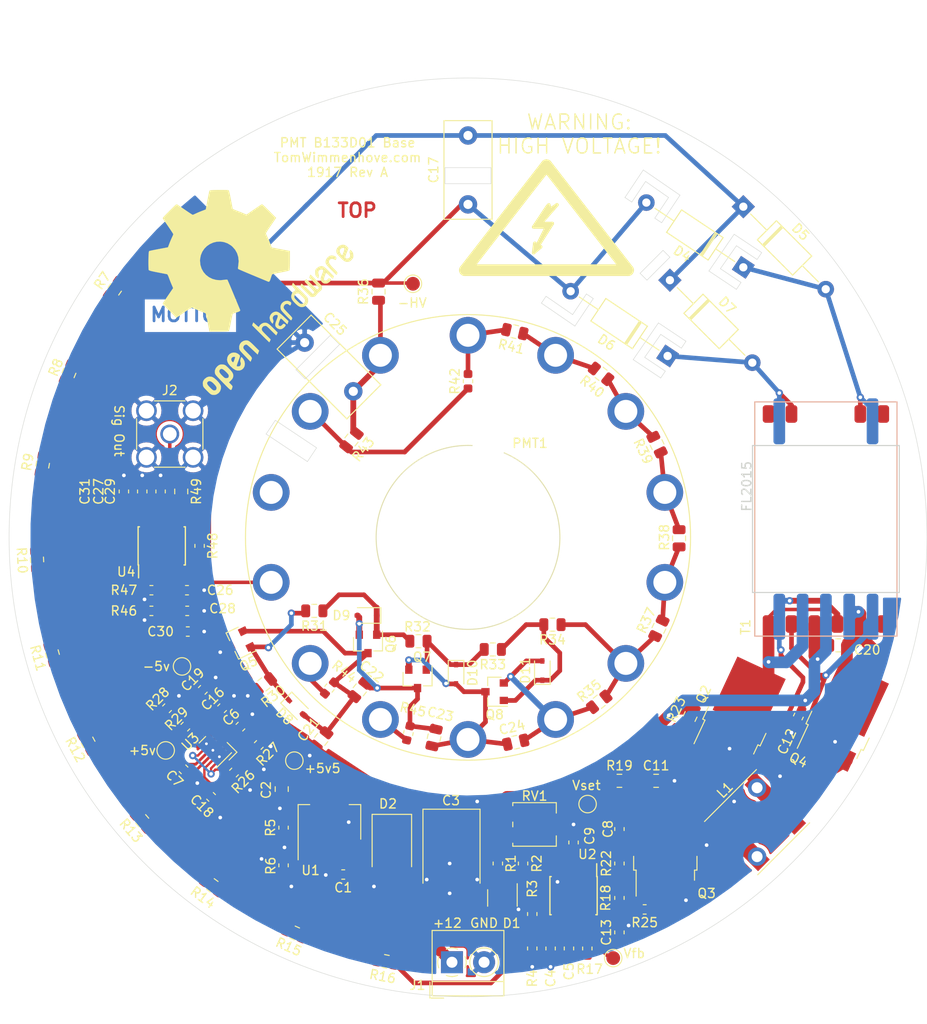
<source format=kicad_pcb>
(kicad_pcb (version 20171130) (host pcbnew 5.1.0-060a0da~80~ubuntu18.04.1)
  (layers (0 F.Cu signal) (31 B.Cu signal) (34 B.Paste user) (35 F.Paste user) (36 B.SilkS user) (37 F.SilkS user) (38 B.Mask user) (39 F.Mask user) (44 Edge.Cuts user))
  (net 0 "")
  (net 1 +12V)
  (net 2 GND)
  (net 3 "Net-(C2-Pad1)")
  (net 4 "Net-(C4-Pad1)")
  (net 5 "Net-(C5-Pad1)")
  (net 6 "Net-(C5-Pad2)")
  (net 7 "Net-(C7-Pad2)")
  (net 8 "Net-(C7-Pad1)")
  (net 9 "Net-(C8-Pad2)")
  (net 10 "Net-(C8-Pad1)")
  (net 11 "Net-(C9-Pad1)")
  (net 12 -HV)
  (net 13 "Net-(C11-Pad1)")
  (net 14 "Net-(C16-Pad1)")
  (net 15 +5V)
  (net 16 -5V)
  (net 17 "Net-(C20-Pad2)")
  (net 18 "Net-(C20-Pad1)")
  (net 19 "Net-(C21-Pad1)")
  (net 20 "Net-(C22-Pad1)")
  (net 21 "Net-(C23-Pad1)")
  (net 22 "Net-(C24-Pad1)")
  (net 23 "Net-(C25-Pad1)")
  (net 24 "Net-(D2-Pad2)")
  (net 25 "Net-(D4-Pad1)")
  (net 26 "Net-(D6-Pad1)")
  (net 27 "Net-(D8-Pad1)")
  (net 28 "Net-(D9-Pad1)")
  (net 29 "Net-(D10-Pad1)")
  (net 30 "Net-(D11-Pad1)")
  (net 31 "Net-(J2-Pad1)")
  (net 32 "Net-(L1-Pad1)")
  (net 33 "Net-(L1-Pad2)")
  (net 34 "Net-(PMT1-Pad1)")
  (net 35 "Net-(PMT1-Pad2)")
  (net 36 "Net-(PMT1-Pad3)")
  (net 37 "Net-(PMT1-Pad4)")
  (net 38 "Net-(PMT1-Pad5)")
  (net 39 "Net-(PMT1-Pad6)")
  (net 40 "Net-(PMT1-Pad9)")
  (net 41 "Net-(PMT1-Pad10)")
  (net 42 "Net-(PMT1-Pad11)")
  (net 43 "Net-(PMT1-Pad12)")
  (net 44 "Net-(PMT1-Pad13)")
  (net 45 "Net-(Q2-Pad1)")
  (net 46 "Net-(Q3-Pad1)")
  (net 47 "Net-(Q4-Pad1)")
  (net 48 "Net-(R2-Pad2)")
  (net 49 "Net-(R3-Pad1)")
  (net 50 "Net-(R5-Pad1)")
  (net 51 "Net-(R7-Pad1)")
  (net 52 "Net-(R8-Pad2)")
  (net 53 "Net-(R10-Pad1)")
  (net 54 "Net-(R10-Pad2)")
  (net 55 "Net-(R11-Pad1)")
  (net 56 "Net-(R12-Pad2)")
  (net 57 "Net-(R13-Pad1)")
  (net 58 "Net-(R14-Pad2)")
  (net 59 "Net-(R15-Pad1)")
  (net 60 "Net-(R22-Pad1)")
  (net 61 "Net-(R26-Pad1)")
  (net 62 "Net-(R28-Pad1)")
  (net 63 "Net-(R47-Pad2)")
  (net 64 "Net-(R48-Pad1)")
  (net 65 "Net-(U4-Pad1)")
  (net 66 "Net-(U4-Pad5)")
  (net 67 "Net-(U4-Pad8)")
  (net 68 "Net-(D1-Pad3)")
  (module FL2015:G23736 (layer F.Cu) (at 139 98 270)
    (fp_text reference TT1 hide)
    (fp_text value FL2015 (at -3.556 8.636 270) (layer Edge.Cuts))
    (fp_line (start 8 8) (end 8 -8) (layer Edge.Cuts) (width 0.12))
    (fp_line (start -8 8) (end 8 8) (layer Edge.Cuts) (width 0.12))
    (fp_line (start -8 -8) (end -8 8) (layer Edge.Cuts) (width 0.12))
    (fp_line (start 8 -8) (end -8 -8) (layer Edge.Cuts) (width 0.12))
    (pad 9 smd roundrect (at -10.635 5.08 270) (size 5 1.27) (layers B.Cu B.Paste B.Mask) (net 26 "Net-(D6-Pad1)"))
    (pad 8 smd roundrect (at -10.635 -5.08 270) (size 5 1.27) (layers B.Cu B.Paste B.Mask) (net 25 "Net-(D4-Pad1)"))
    (pad 4 smd roundrect (at 10.635 5.08 270) (size 5 1.27) (layers B.Cu B.Paste B.Mask) (net 45 "Net-(Q2-Pad1)"))
    (pad 3 smd roundrect (at 10.635 0 270) (size 5 1.27) (layers B.Cu B.Paste B.Mask) (net 13 "Net-(C11-Pad1)"))
    (pad 5 smd roundrect (at 10.635 -2.54 270) (size 5 1.27) (layers B.Cu B.Paste B.Mask) (net 17 "Net-(C20-Pad2)"))
    (pad 2 smd roundrect (at 10.635 -5.08 270) (size 5 1.27) (layers B.Cu B.Paste B.Mask) (net 47 "Net-(Q4-Pad1)"))
    (pad 1 smd roundrect (at 10.635 2.54 270) (size 5 1.27) (layers B.Cu B.Paste B.Mask) (net 18 "Net-(C20-Pad1)"))
  )
  (module HvSymbol:Symbol_Highvoltage_Type2_SilkScreenTop_Small (layer F.Cu) (at 108.55 67.1)
    (fp_text reference HV1 hide)
    (fp_text value Symbol_Highvoltage_Type2_SilkScreenTop_Small)
  )
  (module FL2015:FL2015-4LB (layer F.Cu) (at 139 98 270)
    (fp_text reference T1 (at 11.75 8.75 270) (layer F.SilkS))
    (fp_text value FL2015)
    (pad 10 smd roundrect (at -11.4325 6.25 270) (size 1.91 1.27) (layers F.Cu F.Paste F.Mask))
    (pad 9 smd roundrect (at -11.4325 3.75 270) (size 1.91 1.27) (layers F.Cu F.Paste F.Mask) (net 26 "Net-(D6-Pad1)"))
    (pad 8 smd roundrect (at -11.4325 -3.75 270) (size 1.91 1.27) (layers F.Cu F.Paste F.Mask) (net 25 "Net-(D4-Pad1)"))
    (pad 7 smd roundrect (at -11.4325 -6.25 270) (size 1.91 1.27) (layers F.Cu F.Paste F.Mask))
    (pad 6 smd roundrect (at 11.4325 -6.25 270) (size 1.91 1.27) (layers F.Cu F.Paste F.Mask))
    (pad 5 smd roundrect (at 11.4325 -3.75 270) (size 1.91 1.27) (layers F.Cu F.Paste F.Mask) (net 17 "Net-(C20-Pad2)"))
    (pad 4 smd roundrect (at 11.4325 -1.25 270) (size 1.91 1.27) (layers F.Cu F.Paste F.Mask) (net 45 "Net-(Q2-Pad1)"))
    (pad 3 smd roundrect (at 11.4325 1.25 270) (size 1.91 1.27) (layers F.Cu F.Paste F.Mask) (net 13 "Net-(C11-Pad1)"))
    (pad 2 smd roundrect (at 11.4325 3.75 270) (size 1.91 1.27) (layers F.Cu F.Paste F.Mask) (net 47 "Net-(Q4-Pad1)"))
    (pad 1 smd roundrect (at 11.4325 6.25 270) (size 1.91 1.27) (layers F.Cu F.Paste F.Mask) (net 18 "Net-(C20-Pad1)"))
  )
  (module Symbol:OSHW-Logo2_24.3x20mm_SilkScreen (layer F.Cu) (at 74 71 45)
    (fp_text reference REF** hide)
    (fp_text value OSHW-Logo2_24.3x20mm_SilkScreen hide)
  )
  (module TestPoint:TestPoint_Pad_D1.5mm (layer F.Cu) (at 68.834 114.046)
    (fp_text reference TP6 hide)
    (fp_text value -5v (at -2.794 0) (layer F.SilkS))
    (pad 1 smd circle (at 0 0) (size 1.5 1.5) (layers F.Cu F.Mask) (net 16 -5V))
  )
  (module TestPoint:TestPoint_Pad_D1.5mm (layer F.Cu) (at 67.056 123.19)
    (fp_text reference TP5 hide)
    (fp_text value +5v (at -2.54 0) (layer F.SilkS))
    (pad 1 smd circle (at 0 0) (size 1.5 1.5) (layers F.Cu F.Mask) (net 15 +5V))
  )
  (module TestPoint:TestPoint_Pad_D1.5mm (layer F.Cu) (at 113.03 129.032)
    (fp_text reference TP3 hide)
    (fp_text value Vset (at -0.127 -2.032) (layer F.SilkS))
    (pad 1 smd circle (at 0 0) (size 1.5 1.5) (layers F.Cu F.Mask) (net 11 "Net-(C9-Pad1)"))
  )
  (module TestPoint:TestPoint_Pad_D1.5mm (layer F.Cu) (at 94 72.39)
    (fp_text reference TP2 hide)
    (fp_text value -HV (at -0.075 2.085) (layer F.SilkS))
    (pad 1 smd circle (at 0 0) (size 1.5 1.5) (layers F.Cu F.Mask) (net 12 -HV))
  )
  (module TestPoint:TestPoint_Pad_D1.5mm (layer F.Cu) (at 115.824 145.796)
    (fp_text reference TP4 hide)
    (fp_text value Vfb (at 2.286 -0.508) (layer F.SilkS))
    (pad 1 smd circle (at 0 0) (size 1.5 1.5) (layers F.Cu F.Mask) (net 6 "Net-(C5-Pad2)"))
  )
  (module TestPoint:TestPoint_Pad_D1.5mm (layer F.Cu) (at 81.075 124.3)
    (fp_text reference TP1 hide)
    (fp_text value +5v5 (at 3.075 0.85) (layer F.SilkS))
    (pad 1 smd circle (at 0 0) (size 1.5 1.5) (layers F.Cu F.Mask) (net 3 "Net-(C2-Pad1)"))
  )
  (module B133D01:B133D01 (layer F.Cu) (at 100 100)
    (fp_text reference PMT1 (at 6.75 -10.25) (layer F.SilkS))
    (fp_text value B133D01)
    (pad 1 thru_hole circle (at 0 -22) (size 4 4) (drill 2.5) (layers *.Cu *.Mask) (net 34 "Net-(PMT1-Pad1)"))
    (pad 2 thru_hole circle (at 9.545442 -19.821315) (size 4 4) (drill 2.5) (layers *.Cu *.Mask) (net 35 "Net-(PMT1-Pad2)"))
    (pad 3 thru_hole circle (at 17.200293 -13.716776) (size 4 4) (drill 2.5) (layers *.Cu *.Mask) (net 36 "Net-(PMT1-Pad3)"))
    (pad 4 thru_hole circle (at 21.448414 -4.895461) (size 4 4) (drill 2.5) (layers *.Cu *.Mask) (net 37 "Net-(PMT1-Pad4)"))
    (pad 5 thru_hole circle (at 21.448414 4.895461) (size 4 4) (drill 2.5) (layers *.Cu *.Mask) (net 38 "Net-(PMT1-Pad5)"))
    (pad 6 thru_hole circle (at 17.200293 13.716776) (size 4 4) (drill 2.5) (layers *.Cu *.Mask) (net 39 "Net-(PMT1-Pad6)"))
    (pad 7 thru_hole circle (at 9.545442 19.821315) (size 4 4) (drill 2.5) (layers *.Cu *.Mask) (net 22 "Net-(C24-Pad1)"))
    (pad 8 thru_hole circle (at 0 22) (size 4 4) (drill 2.5) (layers *.Cu *.Mask) (net 21 "Net-(C23-Pad1)"))
    (pad 9 thru_hole circle (at -9.545442 19.821315) (size 4 4) (drill 2.5) (layers *.Cu *.Mask) (net 40 "Net-(PMT1-Pad9)"))
    (pad 10 thru_hole circle (at -17.200293 13.716776) (size 4 4) (drill 2.5) (layers *.Cu *.Mask) (net 41 "Net-(PMT1-Pad10)"))
    (pad 11 thru_hole circle (at -21.448414 4.895461) (size 4 4) (drill 2.5) (layers *.Cu *.Mask) (net 42 "Net-(PMT1-Pad11)"))
    (pad 12 thru_hole circle (at -21.448414 -4.895461) (size 4 4) (drill 2.5) (layers *.Cu *.Mask) (net 43 "Net-(PMT1-Pad12)"))
    (pad 13 thru_hole circle (at -17.200293 -13.716776) (size 4 4) (drill 2.5) (layers *.Cu *.Mask) (net 44 "Net-(PMT1-Pad13)"))
    (pad 14 thru_hole circle (at -9.545442 -19.821315) (size 4 4) (drill 2.5) (layers *.Cu *.Mask) (net 23 "Net-(C25-Pad1)"))
    (pad "" np_thru_hole circle (at 2.225209 -9.749279) (size 3.5 3.5) (drill 3.5) (layers *.Cu *.Mask))
  )
  (module Connector_Coaxial:SMA_Amphenol_132291-12_Vertical (layer F.Cu) (at 67.5 88.75)
    (fp_text reference J2 (at 0 -4.75) (layer F.SilkS))
    (fp_text value Out)
    (pad 2 thru_hole circle (at -2.54 2.54) (size 2.25 2.25) (drill 1.7) (layers *.Cu *.Mask) (net 2 GND))
    (pad 2 thru_hole circle (at -2.54 -2.54) (size 2.25 2.25) (drill 1.7) (layers *.Cu *.Mask) (net 2 GND))
    (pad 2 thru_hole circle (at 2.54 -2.54) (size 2.25 2.25) (drill 1.7) (layers *.Cu *.Mask) (net 2 GND))
    (pad 2 thru_hole circle (at 2.54 2.54) (size 2.25 2.25) (drill 1.7) (layers *.Cu *.Mask) (net 2 GND))
    (pad 1 thru_hole circle (at 0 0) (size 2.05 2.05) (drill 1.5) (layers *.Cu *.Mask) (net 31 "Net-(J2-Pad1)"))
  )
  (module Package_TO_SOT_SMD:TO-252-2 (layer F.Cu) (at 129.75 119 65)
    (fp_text reference Q2 (at 0 -4.5 65) (layer F.SilkS))
    (fp_text value MJD31C)
    (pad 2 smd rect (at 2.1 0 65) (size 6.4 5.8) (layers F.Cu F.Mask) (net 18 "Net-(C20-Pad1)"))
    (pad 3 smd rect (at -4.2 2.28 65) (size 2.2 1.2) (layers F.Cu F.Paste F.Mask) (net 32 "Net-(L1-Pad1)"))
    (pad 1 smd rect (at -4.2 -2.28 65) (size 2.2 1.2) (layers F.Cu F.Paste F.Mask) (net 45 "Net-(Q2-Pad1)"))
  )
  (module Package_SO:SOIC-8_3.9x4.9mm_P1.27mm (layer F.Cu) (at 111.5 139 270)
    (fp_text reference U2 (at -4.5 -1.5) (layer F.SilkS))
    (fp_text value LM358)
    (pad 8 smd rect (at 2.7 -1.905 270) (size 1.55 0.6) (layers F.Cu F.Paste F.Mask) (net 1 +12V))
    (pad 7 smd rect (at 2.7 -0.635 270) (size 1.55 0.6) (layers F.Cu F.Paste F.Mask) (net 6 "Net-(C5-Pad2)"))
    (pad 6 smd rect (at 2.7 0.635 270) (size 1.55 0.6) (layers F.Cu F.Paste F.Mask) (net 5 "Net-(C5-Pad1)"))
    (pad 5 smd rect (at 2.7 1.905 270) (size 1.55 0.6) (layers F.Cu F.Paste F.Mask) (net 4 "Net-(C4-Pad1)"))
    (pad 4 smd rect (at -2.7 1.905 270) (size 1.55 0.6) (layers F.Cu F.Paste F.Mask) (net 2 GND))
    (pad 3 smd rect (at -2.7 0.635 270) (size 1.55 0.6) (layers F.Cu F.Paste F.Mask) (net 11 "Net-(C9-Pad1)"))
    (pad 2 smd rect (at -2.7 -0.635 270) (size 1.55 0.6) (layers F.Cu F.Paste F.Mask) (net 9 "Net-(C8-Pad2)"))
    (pad 1 smd rect (at -2.7 -1.905 270) (size 1.55 0.6) (layers F.Cu F.Paste F.Mask) (net 60 "Net-(R22-Pad1)"))
  )
  (module Resistor_SMD:R_0603_1608Metric (layer F.Cu) (at 100 83 90)
    (fp_text reference R42 (at 0 -1.43 90) (layer F.SilkS))
    (fp_text value 0)
    (pad 2 smd roundrect (at 0.7875 0 90) (size 0.875 0.95) (layers F.Cu F.Paste F.Mask) (net 34 "Net-(PMT1-Pad1)"))
    (pad 1 smd roundrect (at -0.7875 0 90) (size 0.875 0.95) (layers F.Cu F.Paste F.Mask) (net 44 "Net-(PMT1-Pad13)"))
  )
  (module Capacitor_THT:C_Disc_D10.5mm_W5.0mm_P7.50mm (layer F.Cu) (at 100 63.75 90)
    (fp_text reference C17 (at 3.75 -3.75 90) (layer F.SilkS))
    (fp_text value 10n)
    (pad 2 thru_hole circle (at 7.5 0 90) (size 2 2) (drill 1) (layers *.Cu *.Mask) (net 2 GND))
    (pad 1 thru_hole circle (at 0 0 90) (size 2 2) (drill 1) (layers *.Cu *.Mask) (net 12 -HV))
  )
  (module Diode_SMD:D_SMB (layer F.Cu) (at 91.7 133.7 270)
    (fp_text reference D2 (at -4.7 0.425) (layer F.SilkS))
    (fp_text value 1N4007)
    (pad 2 smd rect (at 2.15 0 270) (size 2.5 2.3) (layers F.Cu F.Paste F.Mask) (net 24 "Net-(D2-Pad2)"))
    (pad 1 smd rect (at -2.15 0 270) (size 2.5 2.3) (layers F.Cu F.Paste F.Mask) (net 1 +12V))
  )
  (module Package_TO_SOT_SMD:SOT-23-5 (layer F.Cu) (at 103.75 139.25 270)
    (fp_text reference D1 (at 2.75 -1) (layer F.SilkS))
    (fp_text value TL431DBV)
    (pad 5 smd rect (at 1.1 -0.95 270) (size 1.06 0.65) (layers F.Cu F.Paste F.Mask) (net 2 GND))
    (pad 4 smd rect (at 1.1 0.95 270) (size 1.06 0.65) (layers F.Cu F.Paste F.Mask) (net 4 "Net-(C4-Pad1)"))
    (pad 3 smd rect (at -1.1 0.95 270) (size 1.06 0.65) (layers F.Cu F.Paste F.Mask) (net 68 "Net-(D1-Pad3)"))
    (pad 2 smd rect (at -1.1 0 270) (size 1.06 0.65) (layers F.Cu F.Paste F.Mask))
    (pad 1 smd rect (at -1.1 -0.95 270) (size 1.06 0.65) (layers F.Cu F.Paste F.Mask))
  )
  (module Capacitor_SMD:C_0603_1608Metric (layer F.Cu) (at 86.4 136.7 180)
    (fp_text reference C1 (at 0 -1.43 180) (layer F.SilkS))
    (fp_text value 10u)
    (pad 1 smd roundrect (at -0.7875 0 180) (size 0.875 0.95) (layers F.Cu F.Paste F.Mask) (net 1 +12V))
    (pad 2 smd roundrect (at 0.7875 0 180) (size 0.875 0.95) (layers F.Cu F.Paste F.Mask) (net 2 GND))
  )
  (module Capacitor_SMD:C_0805_2012Metric (layer F.Cu) (at 79.7 127.4 270)
    (fp_text reference C2 (at 0.1 1.7 270) (layer F.SilkS))
    (fp_text value 100u)
    (pad 1 smd roundrect (at -0.9375 0 270) (size 0.975 1.4) (layers F.Cu F.Paste F.Mask) (net 3 "Net-(C2-Pad1)"))
    (pad 2 smd roundrect (at 0.9375 0 270) (size 0.975 1.4) (layers F.Cu F.Paste F.Mask) (net 2 GND))
  )
  (module Capacitor_Tantalum_SMD:CP_EIA-7360-38_Kemet-E (layer F.Cu) (at 98.2 134 270)
    (fp_text reference C3 (at -5.35 0.05) (layer F.SilkS))
    (fp_text value 470u)
    (pad 1 smd roundrect (at -3.1125 0 270) (size 2.075 4.25) (layers F.Cu F.Paste F.Mask) (roundrect_rratio 0.120482) (net 1 +12V))
    (pad 2 smd roundrect (at 3.1125 0 270) (size 2.075 4.25) (layers F.Cu F.Paste F.Mask) (roundrect_rratio 0.120482) (net 2 GND))
  )
  (module Capacitor_SMD:C_0603_1608Metric (layer F.Cu) (at 109 144.75 270)
    (fp_text reference C4 (at 3.25 0 270) (layer F.SilkS))
    (fp_text value 100n)
    (pad 2 smd roundrect (at 0.7875 0 270) (size 0.875 0.95) (layers F.Cu F.Paste F.Mask) (net 2 GND))
    (pad 1 smd roundrect (at -0.7875 0 270) (size 0.875 0.95) (layers F.Cu F.Paste F.Mask) (net 4 "Net-(C4-Pad1)"))
  )
  (module Capacitor_SMD:C_0603_1608Metric (layer F.Cu) (at 111 144.75 90)
    (fp_text reference C5 (at -2.5 0 90) (layer F.SilkS))
    (fp_text value 220p)
    (pad 1 smd roundrect (at -0.7875 0 90) (size 0.875 0.95) (layers F.Cu F.Paste F.Mask) (net 5 "Net-(C5-Pad1)"))
    (pad 2 smd roundrect (at 0.7875 0 90) (size 0.875 0.95) (layers F.Cu F.Paste F.Mask) (net 6 "Net-(C5-Pad2)"))
  )
  (module Capacitor_SMD:C_0603_1608Metric (layer F.Cu) (at 75.2 120.6 45)
    (fp_text reference C6 (at 0 -1.43 45) (layer F.SilkS))
    (fp_text value 2u2)
    (pad 2 smd roundrect (at 0.7875 0 45) (size 0.875 0.95) (layers F.Cu F.Paste F.Mask) (net 2 GND))
    (pad 1 smd roundrect (at -0.7875 0 45) (size 0.875 0.95) (layers F.Cu F.Paste F.Mask) (net 3 "Net-(C2-Pad1)"))
  )
  (module Capacitor_SMD:C_0603_1608Metric (layer F.Cu) (at 69 125.25 135)
    (fp_text reference C7 (at 0 -1.414214 135) (layer F.SilkS))
    (fp_text value 1u)
    (pad 1 smd roundrect (at -0.7875 0 135) (size 0.875 0.95) (layers F.Cu F.Paste F.Mask) (net 8 "Net-(C7-Pad1)"))
    (pad 2 smd roundrect (at 0.7875 0 135) (size 0.875 0.95) (layers F.Cu F.Paste F.Mask) (net 7 "Net-(C7-Pad2)"))
  )
  (module Capacitor_SMD:C_0603_1608Metric (layer F.Cu) (at 116.5 131.75 90)
    (fp_text reference C8 (at 0 -1.25 90) (layer F.SilkS))
    (fp_text value 10n)
    (pad 2 smd roundrect (at 0.7875 0 90) (size 0.875 0.95) (layers F.Cu F.Paste F.Mask) (net 9 "Net-(C8-Pad2)"))
    (pad 1 smd roundrect (at -0.7875 0 90) (size 0.875 0.95) (layers F.Cu F.Paste F.Mask) (net 10 "Net-(C8-Pad1)"))
  )
  (module Capacitor_SMD:C_0603_1608Metric (layer F.Cu) (at 111.5 133.2125 90)
    (fp_text reference C9 (at 0.7125 1.75 90) (layer F.SilkS))
    (fp_text value 100n)
    (pad 1 smd roundrect (at -0.7875 0 90) (size 0.875 0.95) (layers F.Cu F.Paste F.Mask) (net 11 "Net-(C9-Pad1)"))
    (pad 2 smd roundrect (at 0.7875 0 90) (size 0.875 0.95) (layers F.Cu F.Paste F.Mask) (net 2 GND))
  )
  (module Capacitor_SMD:C_0805_2012Metric (layer F.Cu) (at 120.5 126.5)
    (fp_text reference C11 (at 0 -1.65) (layer F.SilkS))
    (fp_text value 10u/0805)
    (pad 1 smd roundrect (at -0.9375 0) (size 0.975 1.4) (layers F.Cu F.Paste F.Mask) (net 13 "Net-(C11-Pad1)"))
    (pad 2 smd roundrect (at 0.9375 0) (size 0.975 1.4) (layers F.Cu F.Paste F.Mask) (net 2 GND))
  )
  (module Capacitor_SMD:C_0603_1608Metric (layer F.Cu) (at 136 119.5 245)
    (fp_text reference C12 (at 3.020619 -0.029315 245) (layer F.SilkS))
    (fp_text value 100n)
    (pad 2 smd roundrect (at 0.7875 0 245) (size 0.875 0.95) (layers F.Cu F.Paste F.Mask) (net 2 GND))
    (pad 1 smd roundrect (at -0.7875 0 245) (size 0.875 0.95) (layers F.Cu F.Paste F.Mask) (net 13 "Net-(C11-Pad1)"))
  )
  (module Capacitor_SMD:C_0603_1608Metric (layer F.Cu) (at 116.5 143 90)
    (fp_text reference C13 (at 0 -1.43 90) (layer F.SilkS))
    (fp_text value 100n)
    (pad 1 smd roundrect (at -0.7875 0 90) (size 0.875 0.95) (layers F.Cu F.Paste F.Mask) (net 1 +12V))
    (pad 2 smd roundrect (at 0.7875 0 90) (size 0.875 0.95) (layers F.Cu F.Paste F.Mask) (net 2 GND))
  )
  (module Capacitor_SMD:C_0603_1608Metric (layer F.Cu) (at 73.2 118.6 45)
    (fp_text reference C16 (at 0 -1.43 45) (layer F.SilkS))
    (fp_text value 4u7)
    (pad 1 smd roundrect (at -0.7875 0 45) (size 0.875 0.95) (layers F.Cu F.Paste F.Mask) (net 14 "Net-(C16-Pad1)"))
    (pad 2 smd roundrect (at 0.7875 0 45) (size 0.875 0.95) (layers F.Cu F.Paste F.Mask) (net 2 GND))
  )
  (module Capacitor_SMD:C_0603_1608Metric (layer F.Cu) (at 72 128.25 135)
    (fp_text reference C18 (at 0 -1.414214 135) (layer F.SilkS))
    (fp_text value 1u)
    (pad 2 smd roundrect (at 0.7875 0 135) (size 0.875 0.95) (layers F.Cu F.Paste F.Mask) (net 2 GND))
    (pad 1 smd roundrect (at -0.7875 0 135) (size 0.875 0.95) (layers F.Cu F.Paste F.Mask) (net 15 +5V))
  )
  (module Capacitor_SMD:C_0603_1608Metric (layer F.Cu) (at 71.1 116.6 225)
    (fp_text reference C19 (at 0 1.555635 225) (layer F.SilkS))
    (fp_text value 1u)
    (pad 2 smd roundrect (at 0.7875 0 225) (size 0.875 0.95) (layers F.Cu F.Paste F.Mask) (net 16 -5V))
    (pad 1 smd roundrect (at -0.7875 0 225) (size 0.875 0.95) (layers F.Cu F.Paste F.Mask) (net 2 GND))
  )
  (module Capacitor_SMD:C_0805_2012Metric (layer F.Cu) (at 140.35 111.75)
    (fp_text reference C20 (at 3.15 0.5) (layer F.SilkS))
    (fp_text value 220n)
    (pad 2 smd roundrect (at 0.9375 0) (size 0.975 1.4) (layers F.Cu F.Paste F.Mask) (net 17 "Net-(C20-Pad2)"))
    (pad 1 smd roundrect (at -0.9375 0) (size 0.975 1.4) (layers F.Cu F.Paste F.Mask) (net 18 "Net-(C20-Pad1)"))
  )
  (module Capacitor_SMD:C_0805_2012Metric (layer F.Cu) (at 84 122 231.4)
    (fp_text reference C21 (at 0 1.75 231.4) (layer F.SilkS))
    (fp_text value 10n)
    (pad 2 smd roundrect (at 0.9375 0 231.4) (size 0.975 1.4) (layers F.Cu F.Paste F.Mask) (net 2 GND))
    (pad 1 smd roundrect (at -0.9375 0 231.4) (size 0.975 1.4) (layers F.Cu F.Paste F.Mask) (net 19 "Net-(C21-Pad1)"))
  )
  (module Capacitor_SMD:C_0805_2012Metric (layer F.Cu) (at 88.2 116.6 231.4)
    (fp_text reference C22 (at -2.374084 0.231783 321.4) (layer F.SilkS))
    (fp_text value 10n)
    (pad 1 smd roundrect (at -0.9375 0 231.4) (size 0.975 1.4) (layers F.Cu F.Paste F.Mask) (net 20 "Net-(C22-Pad1)"))
    (pad 2 smd roundrect (at 0.9375 0 231.4) (size 0.975 1.4) (layers F.Cu F.Paste F.Mask) (net 19 "Net-(C21-Pad1)"))
  )
  (module Capacitor_SMD:C_0805_2012Metric (layer F.Cu) (at 96.3 121.8 77.1)
    (fp_text reference C23 (at 2.641916 0.113045 167.1) (layer F.SilkS))
    (fp_text value 10n)
    (pad 1 smd roundrect (at -0.9375 0 77.1) (size 0.975 1.4) (layers F.Cu F.Paste F.Mask) (net 21 "Net-(C23-Pad1)"))
    (pad 2 smd roundrect (at 0.9375 0 77.1) (size 0.975 1.4) (layers F.Cu F.Paste F.Mask) (net 20 "Net-(C22-Pad1)"))
  )
  (module Capacitor_SMD:C_0805_2012Metric (layer F.Cu) (at 105.2 122.3 192.9)
    (fp_text reference C24 (at 0.032704 1.648918 192.9) (layer F.SilkS))
    (fp_text value 10n)
    (pad 2 smd roundrect (at 0.9375 0 192.9) (size 0.975 1.4) (layers F.Cu F.Paste F.Mask) (net 21 "Net-(C23-Pad1)"))
    (pad 1 smd roundrect (at -0.9375 0 192.9) (size 0.975 1.4) (layers F.Cu F.Paste F.Mask) (net 22 "Net-(C24-Pad1)"))
  )
  (module Capacitor_THT:C_Disc_D10.5mm_W5.0mm_P7.50mm (layer F.Cu) (at 87.5 84.1 135)
    (fp_text reference C25 (at 6.611448 3.783021 135) (layer F.SilkS))
    (fp_text value 10n)
    (pad 1 thru_hole circle (at 0 0 135) (size 2 2) (drill 1) (layers *.Cu *.Mask) (net 23 "Net-(C25-Pad1)"))
    (pad 2 thru_hole circle (at 7.5 0 135) (size 2 2) (drill 1) (layers *.Cu *.Mask) (net 2 GND))
  )
  (module Capacitor_SMD:C_0603_1608Metric (layer F.Cu) (at 69.375 105.75 180)
    (fp_text reference C26 (at -3.625 0 180) (layer F.SilkS))
    (fp_text value 1n)
    (pad 2 smd roundrect (at 0.7875 0 180) (size 0.875 0.95) (layers F.Cu F.Paste F.Mask) (net 16 -5V))
    (pad 1 smd roundrect (at -0.7875 0 180) (size 0.875 0.95) (layers F.Cu F.Paste F.Mask) (net 2 GND))
  )
  (module Capacitor_SMD:C_0603_1608Metric (layer F.Cu) (at 64.5 95 90)
    (fp_text reference C27 (at 0 -4.75 90) (layer F.SilkS))
    (fp_text value 1n)
    (pad 1 smd roundrect (at -0.7875 0 90) (size 0.875 0.95) (layers F.Cu F.Paste F.Mask) (net 15 +5V))
    (pad 2 smd roundrect (at 0.7875 0 90) (size 0.875 0.95) (layers F.Cu F.Paste F.Mask) (net 2 GND))
  )
  (module Capacitor_SMD:C_0603_1608Metric (layer F.Cu) (at 69.4 108 180)
    (fp_text reference C28 (at -3.85 0.25 180) (layer F.SilkS))
    (fp_text value 100n)
    (pad 2 smd roundrect (at 0.7875 0 180) (size 0.875 0.95) (layers F.Cu F.Paste F.Mask) (net 16 -5V))
    (pad 1 smd roundrect (at -0.7875 0 180) (size 0.875 0.95) (layers F.Cu F.Paste F.Mask) (net 2 GND))
  )
  (module Capacitor_SMD:C_0603_1608Metric (layer F.Cu) (at 66.5 95 90)
    (fp_text reference C29 (at 0 -5.5 90) (layer F.SilkS))
    (fp_text value 100n)
    (pad 2 smd roundrect (at 0.7875 0 90) (size 0.875 0.95) (layers F.Cu F.Paste F.Mask) (net 2 GND))
    (pad 1 smd roundrect (at -0.7875 0 90) (size 0.875 0.95) (layers F.Cu F.Paste F.Mask) (net 15 +5V))
  )
  (module Capacitor_SMD:C_0603_1608Metric (layer F.Cu) (at 69.4625 110.25 180)
    (fp_text reference C30 (at 2.9625 0 180) (layer F.SilkS))
    (fp_text value 10u)
    (pad 1 smd roundrect (at -0.7875 0 180) (size 0.875 0.95) (layers F.Cu F.Paste F.Mask) (net 2 GND))
    (pad 2 smd roundrect (at 0.7875 0 180) (size 0.875 0.95) (layers F.Cu F.Paste F.Mask) (net 16 -5V))
  )
  (module Capacitor_SMD:C_0603_1608Metric (layer F.Cu) (at 62.5 95 90)
    (fp_text reference C31 (at 0 -4.25 90) (layer F.SilkS))
    (fp_text value 10u)
    (pad 1 smd roundrect (at -0.7875 0 90) (size 0.875 0.95) (layers F.Cu F.Paste F.Mask) (net 15 +5V))
    (pad 2 smd roundrect (at 0.7875 0 90) (size 0.875 0.95) (layers F.Cu F.Paste F.Mask) (net 2 GND))
  )
  (module Diode_THT:D_A-405_P12.70mm_Horizontal (layer F.Cu) (at 130 70.6 146.3)
    (fp_text reference D4 (at 6.35 -2.47 146.3) (layer F.SilkS))
    (fp_text value D)
    (pad 1 thru_hole rect (at 0 0 146.3) (size 1.8 1.8) (drill 0.9) (layers *.Cu *.Mask) (net 25 "Net-(D4-Pad1)"))
    (pad 2 thru_hole oval (at 12.7 0 146.3) (size 1.8 1.8) (drill 0.9) (layers *.Cu *.Mask) (net 12 -HV))
  )
  (module Diode_THT:D_A-405_P12.70mm_Horizontal (layer F.Cu) (at 130 64 315)
    (fp_text reference D5 (at 6.35 -2.47 315) (layer F.SilkS))
    (fp_text value D)
    (pad 2 thru_hole oval (at 12.7 0 315) (size 1.8 1.8) (drill 0.9) (layers *.Cu *.Mask) (net 25 "Net-(D4-Pad1)"))
    (pad 1 thru_hole rect (at 0 0 315) (size 1.8 1.8) (drill 0.9) (layers *.Cu *.Mask) (net 2 GND))
  )
  (module Diode_THT:D_A-405_P12.70mm_Horizontal (layer F.Cu) (at 121.75 80.25 146.3)
    (fp_text reference D6 (at 6.35 -2.47 146.3) (layer F.SilkS))
    (fp_text value D)
    (pad 2 thru_hole oval (at 12.7 0 146.3) (size 1.8 1.8) (drill 0.9) (layers *.Cu *.Mask) (net 12 -HV))
    (pad 1 thru_hole rect (at 0 0 146.3) (size 1.8 1.8) (drill 0.9) (layers *.Cu *.Mask) (net 26 "Net-(D6-Pad1)"))
  )
  (module Diode_THT:D_A-405_P12.70mm_Horizontal (layer F.Cu) (at 122 72 315)
    (fp_text reference D7 (at 6.35 -2.47 315) (layer F.SilkS))
    (fp_text value D)
    (pad 1 thru_hole rect (at 0 0 315) (size 1.8 1.8) (drill 0.9) (layers *.Cu *.Mask) (net 2 GND))
    (pad 2 thru_hole oval (at 12.7 0 315) (size 1.8 1.8) (drill 0.9) (layers *.Cu *.Mask) (net 26 "Net-(D6-Pad1)"))
  )
  (module Diode_SMD:D_SOD-323 (layer F.Cu) (at 81.25 118.5 315)
    (fp_text reference D8 (at -0.176777 1.59099 315) (layer F.SilkS))
    (fp_text value 1N4148WS)
    (pad 1 smd rect (at -1.05 0 315) (size 0.6 0.45) (layers F.Cu F.Paste F.Mask) (net 27 "Net-(D8-Pad1)"))
    (pad 2 smd rect (at 1.05 0 315) (size 0.6 0.45) (layers F.Cu F.Paste F.Mask) (net 19 "Net-(C21-Pad1)"))
  )
  (module Diode_SMD:D_SOD-323 (layer F.Cu) (at 89 108.5 180)
    (fp_text reference D9 (at 2.8 0 180) (layer F.SilkS))
    (fp_text value 1N4148WS)
    (pad 2 smd rect (at 1.05 0 180) (size 0.6 0.45) (layers F.Cu F.Paste F.Mask) (net 20 "Net-(C22-Pad1)"))
    (pad 1 smd rect (at -1.05 0 180) (size 0.6 0.45) (layers F.Cu F.Paste F.Mask) (net 28 "Net-(D9-Pad1)"))
  )
  (module Diode_SMD:D_SOD-323 (layer F.Cu) (at 98.7 114.9 270)
    (fp_text reference D10 (at -0.15 -1.8 270) (layer F.SilkS))
    (fp_text value 1N4148WS)
    (pad 1 smd rect (at -1.05 0 270) (size 0.6 0.45) (layers F.Cu F.Paste F.Mask) (net 29 "Net-(D10-Pad1)"))
    (pad 2 smd rect (at 1.05 0 270) (size 0.6 0.45) (layers F.Cu F.Paste F.Mask) (net 21 "Net-(C23-Pad1)"))
  )
  (module Diode_SMD:D_SOD-323 (layer F.Cu) (at 108.1 114.5 90)
    (fp_text reference D11 (at 0 -1.85 90) (layer F.SilkS))
    (fp_text value 1N4148WS)
    (pad 1 smd rect (at -1.05 0 90) (size 0.6 0.45) (layers F.Cu F.Paste F.Mask) (net 30 "Net-(D11-Pad1)"))
    (pad 2 smd rect (at 1.05 0 90) (size 0.6 0.45) (layers F.Cu F.Paste F.Mask) (net 22 "Net-(C24-Pad1)"))
  )
  (module TerminalBlock_4Ucon:TerminalBlock_4Ucon_1x02_P3.50mm_Horizontal (layer F.Cu) (at 98.25 146.25)
    (fp_text reference J1 (at -3.75 2.5) (layer F.SilkS))
    (fp_text value Screw_Terminal_01x02)
    (pad 1 thru_hole rect (at 0 0) (size 2.4 2.4) (drill 1.2) (layers *.Cu *.Mask) (net 24 "Net-(D2-Pad2)"))
    (pad 2 thru_hole circle (at 3.5 0) (size 2.4 2.4) (drill 1.2) (layers *.Cu *.Mask) (net 2 GND))
  )
  (module Inductor_SMD:L_Taiyo-Yuden_NR-80xx (layer F.Cu) (at 131.5 131 225)
    (fp_text reference L1 (at 0 4.949747 225) (layer F.SilkS))
    (fp_text value 250uH)
    (pad 1 smd rect (at -2.8 0 225) (size 1.8 7.7) (layers F.Cu F.Paste F.Mask) (net 32 "Net-(L1-Pad1)"))
    (pad 2 smd rect (at 2.8 0 225) (size 1.8 7.7) (layers F.Cu F.Paste F.Mask) (net 33 "Net-(L1-Pad2)"))
  )
  (module Package_TO_SOT_SMD:TO-252-2 (layer F.Cu) (at 121.5 133.75 90)
    (fp_text reference Q3 (at -5 4.5 180) (layer F.SilkS))
    (fp_text value IPD50R3K0CE)
    (pad 1 smd rect (at -4.2 -2.28 90) (size 2.2 1.2) (layers F.Cu F.Paste F.Mask) (net 46 "Net-(Q3-Pad1)"))
    (pad 3 smd rect (at -4.2 2.28 90) (size 2.2 1.2) (layers F.Cu F.Paste F.Mask) (net 2 GND))
    (pad 2 smd rect (at 2.1 0 90) (size 6.4 5.8) (layers F.Cu F.Mask) (net 33 "Net-(L1-Pad2)"))
  )
  (module Package_TO_SOT_SMD:TO-252-2 (layer F.Cu) (at 141 119.5 65)
    (fp_text reference Q4 (at -6.418053 -2.524102 155) (layer F.SilkS))
    (fp_text value MJD31C)
    (pad 1 smd rect (at -4.2 -2.28 65) (size 2.2 1.2) (layers F.Cu F.Paste F.Mask) (net 47 "Net-(Q4-Pad1)"))
    (pad 3 smd rect (at -4.2 2.28 65) (size 2.2 1.2) (layers F.Cu F.Paste F.Mask) (net 32 "Net-(L1-Pad1)"))
    (pad 2 smd rect (at 2.1 0 65) (size 6.4 5.8) (layers F.Cu F.Mask) (net 17 "Net-(C20-Pad2)"))
  )
  (module Package_TO_SOT_SMD:SOT-23 (layer F.Cu) (at 75 111.5 205.7)
    (fp_text reference Q5 (at 0 -2.5 205.7) (layer F.SilkS))
    (fp_text value MMBTA42)
    (pad 3 smd rect (at 1 0 205.7) (size 0.9 0.8) (layers F.Cu F.Paste F.Mask) (net 2 GND))
    (pad 2 smd rect (at -1 0.95 205.7) (size 0.9 0.8) (layers F.Cu F.Paste F.Mask) (net 19 "Net-(C21-Pad1)"))
    (pad 1 smd rect (at -1 -0.95 205.7) (size 0.9 0.8) (layers F.Cu F.Paste F.Mask) (net 27 "Net-(D8-Pad1)"))
  )
  (module Package_TO_SOT_SMD:SOT-23 (layer F.Cu) (at 89.1 111.6 270)
    (fp_text reference Q6 (at 0 -2.5 270) (layer F.SilkS))
    (fp_text value MMBTA42)
    (pad 1 smd rect (at -1 -0.95 270) (size 0.9 0.8) (layers F.Cu F.Paste F.Mask) (net 28 "Net-(D9-Pad1)"))
    (pad 2 smd rect (at -1 0.95 270) (size 0.9 0.8) (layers F.Cu F.Paste F.Mask) (net 20 "Net-(C22-Pad1)"))
    (pad 3 smd rect (at 1 0 270) (size 0.9 0.8) (layers F.Cu F.Paste F.Mask) (net 19 "Net-(C21-Pad1)"))
  )
  (module Package_TO_SOT_SMD:SOT-23 (layer F.Cu) (at 94.5 115.4 270)
    (fp_text reference Q7 (at -2.37 -0.496) (layer F.SilkS))
    (fp_text value MMBTA42)
    (pad 1 smd rect (at -1 -0.95 270) (size 0.9 0.8) (layers F.Cu F.Paste F.Mask) (net 29 "Net-(D10-Pad1)"))
    (pad 2 smd rect (at -1 0.95 270) (size 0.9 0.8) (layers F.Cu F.Paste F.Mask) (net 21 "Net-(C23-Pad1)"))
    (pad 3 smd rect (at 1 0 270) (size 0.9 0.8) (layers F.Cu F.Paste F.Mask) (net 20 "Net-(C22-Pad1)"))
  )
  (module Package_TO_SOT_SMD:SOT-23 (layer F.Cu) (at 102.9 116.8 180)
    (fp_text reference Q8 (at 0 -2.5 180) (layer F.SilkS))
    (fp_text value MMBTA42)
    (pad 1 smd rect (at -1 -0.95 180) (size 0.9 0.8) (layers F.Cu F.Paste F.Mask) (net 30 "Net-(D11-Pad1)"))
    (pad 2 smd rect (at -1 0.95 180) (size 0.9 0.8) (layers F.Cu F.Paste F.Mask) (net 22 "Net-(C24-Pad1)"))
    (pad 3 smd rect (at 1 0 180) (size 0.9 0.8) (layers F.Cu F.Paste F.Mask) (net 21 "Net-(C23-Pad1)"))
  )
  (module Resistor_SMD:R_0603_1608Metric (layer F.Cu) (at 103.25 135.5 270)
    (fp_text reference R1 (at 0 -1.43 270) (layer F.SilkS))
    (fp_text value 4k7)
    (pad 2 smd roundrect (at 0.7875 0 270) (size 0.875 0.95) (layers F.Cu F.Paste F.Mask) (net 68 "Net-(D1-Pad3)"))
    (pad 1 smd roundrect (at -0.7875 0 270) (size 0.875 0.95) (layers F.Cu F.Paste F.Mask) (net 1 +12V))
  )
  (module Resistor_SMD:R_0603_1608Metric (layer F.Cu) (at 106 135.5 90)
    (fp_text reference R2 (at 0 1.5 270) (layer F.SilkS))
    (fp_text value 15k)
    (pad 1 smd roundrect (at -0.7875 0 90) (size 0.875 0.95) (layers F.Cu F.Paste F.Mask) (net 68 "Net-(D1-Pad3)"))
    (pad 2 smd roundrect (at 0.7875 0 90) (size 0.875 0.95) (layers F.Cu F.Paste F.Mask) (net 48 "Net-(R2-Pad2)"))
  )
  (module Resistor_SMD:R_0603_1608Metric (layer F.Cu) (at 107 141 270)
    (fp_text reference R3 (at -2.75 0 270) (layer F.SilkS))
    (fp_text value 3k65)
    (pad 2 smd roundrect (at 0.7875 0 270) (size 0.875 0.95) (layers F.Cu F.Paste F.Mask) (net 4 "Net-(C4-Pad1)"))
    (pad 1 smd roundrect (at -0.7875 0 270) (size 0.875 0.95) (layers F.Cu F.Paste F.Mask) (net 49 "Net-(R3-Pad1)"))
  )
  (module Resistor_SMD:R_0603_1608Metric (layer F.Cu) (at 107 144.75 270)
    (fp_text reference R4 (at 3.25 0 270) (layer F.SilkS))
    (fp_text value 32k4)
    (pad 2 smd roundrect (at 0.7875 0 270) (size 0.875 0.95) (layers F.Cu F.Paste F.Mask) (net 2 GND))
    (pad 1 smd roundrect (at -0.7875 0 270) (size 0.875 0.95) (layers F.Cu F.Paste F.Mask) (net 4 "Net-(C4-Pad1)"))
  )
  (module Resistor_SMD:R_0603_1608Metric (layer F.Cu) (at 79.9 131.6 90)
    (fp_text reference R5 (at 0 -1.43 90) (layer F.SilkS))
    (fp_text value 121)
    (pad 2 smd roundrect (at 0.7875 0 90) (size 0.875 0.95) (layers F.Cu F.Paste F.Mask) (net 3 "Net-(C2-Pad1)"))
    (pad 1 smd roundrect (at -0.7875 0 90) (size 0.875 0.95) (layers F.Cu F.Paste F.Mask) (net 50 "Net-(R5-Pad1)"))
  )
  (module Resistor_SMD:R_0603_1608Metric (layer F.Cu) (at 79.9 135.7 270)
    (fp_text reference R6 (at 0.05 1.4 270) (layer F.SilkS))
    (fp_text value 402)
    (pad 1 smd roundrect (at -0.7875 0 270) (size 0.875 0.95) (layers F.Cu F.Paste F.Mask) (net 2 GND))
    (pad 2 smd roundrect (at 0.7875 0 270) (size 0.875 0.95) (layers F.Cu F.Paste F.Mask) (net 50 "Net-(R5-Pad1)"))
  )
  (module Resistor_SMD:R_0805_2012Metric (layer F.Cu) (at 61.5 73 55)
    (fp_text reference R7 (at 0 -1.65 55) (layer F.SilkS))
    (fp_text value 10M)
    (pad 2 smd roundrect (at 0.9375 0 55) (size 0.975 1.4) (layers F.Cu F.Paste F.Mask) (net 12 -HV))
    (pad 1 smd roundrect (at -0.9375 0 55) (size 0.975 1.4) (layers F.Cu F.Paste F.Mask) (net 51 "Net-(R7-Pad1)"))
  )
  (module Resistor_SMD:R_0805_2012Metric (layer F.Cu) (at 56.515147 82.102583 247.6)
    (fp_text reference R8 (at -0.017845 1.537995 247.6) (layer F.SilkS))
    (fp_text value 10M)
    (pad 1 smd roundrect (at -0.9375 0 247.6) (size 0.975 1.4) (layers F.Cu F.Paste F.Mask) (net 51 "Net-(R7-Pad1)"))
    (pad 2 smd roundrect (at 0.9375 0 247.6) (size 0.975 1.4) (layers F.Cu F.Paste F.Mask) (net 52 "Net-(R8-Pad2)"))
  )
  (module Resistor_SMD:R_0805_2012Metric (layer F.Cu) (at 53.648358 92.076915 80.3)
    (fp_text reference R9 (at 0 -1.65 80.3) (layer F.SilkS))
    (fp_text value 10M)
    (pad 2 smd roundrect (at 0.9375 0 80.3) (size 0.975 1.4) (layers F.Cu F.Paste F.Mask) (net 52 "Net-(R8-Pad2)"))
    (pad 1 smd roundrect (at -0.9375 0 80.3) (size 0.975 1.4) (layers F.Cu F.Paste F.Mask) (net 53 "Net-(R10-Pad1)"))
  )
  (module Resistor_SMD:R_0805_2012Metric (layer F.Cu) (at 53.039269 102.437165 273)
    (fp_text reference R10 (at -0.023044 1.640311 273) (layer F.SilkS))
    (fp_text value 10M)
    (pad 1 smd roundrect (at -0.9375 0 273) (size 0.975 1.4) (layers F.Cu F.Paste F.Mask) (net 53 "Net-(R10-Pad1)"))
    (pad 2 smd roundrect (at 0.9375 0 273) (size 0.975 1.4) (layers F.Cu F.Paste F.Mask) (net 54 "Net-(R10-Pad2)"))
  )
  (module Resistor_SMD:R_0805_2012Metric (layer F.Cu) (at 54.717548 112.678706 105.6)
    (fp_text reference R11 (at 0 -1.65 105.6) (layer F.SilkS))
    (fp_text value 10M)
    (pad 2 smd roundrect (at 0.9375 0 105.6) (size 0.975 1.4) (layers F.Cu F.Paste F.Mask) (net 54 "Net-(R10-Pad2)"))
    (pad 1 smd roundrect (at -0.9375 0 105.6) (size 0.975 1.4) (layers F.Cu F.Paste F.Mask) (net 55 "Net-(R11-Pad1)"))
  )
  (module Resistor_SMD:R_0805_2012Metric (layer F.Cu) (at 58.60145 122.302691 298.3)
    (fp_text reference R12 (at 0.037602 1.61194 298.3) (layer F.SilkS))
    (fp_text value 10M)
    (pad 1 smd roundrect (at -0.9375 0 298.3) (size 0.975 1.4) (layers F.Cu F.Paste F.Mask) (net 55 "Net-(R11-Pad1)"))
    (pad 2 smd roundrect (at 0.9375 0 298.3) (size 0.975 1.4) (layers F.Cu F.Paste F.Mask) (net 56 "Net-(R12-Pad2)"))
  )
  (module Resistor_SMD:R_0805_2012Metric (layer F.Cu) (at 64.501795 130.840354 131)
    (fp_text reference R13 (at 0 -1.65 131) (layer F.SilkS))
    (fp_text value 10M)
    (pad 2 smd roundrect (at 0.9375 0 131) (size 0.975 1.4) (layers F.Cu F.Paste F.Mask) (net 56 "Net-(R12-Pad2)"))
    (pad 1 smd roundrect (at -0.9375 0 131) (size 0.975 1.4) (layers F.Cu F.Paste F.Mask) (net 57 "Net-(R13-Pad1)"))
  )
  (module Resistor_SMD:R_0805_2012Metric (layer F.Cu) (at 72.131191 137.875843 323.7)
    (fp_text reference R14 (at -0.047148 1.677654 323.7) (layer F.SilkS))
    (fp_text value 10M)
    (pad 1 smd roundrect (at -0.9375 0 323.7) (size 0.975 1.4) (layers F.Cu F.Paste F.Mask) (net 57 "Net-(R13-Pad1)"))
    (pad 2 smd roundrect (at 0.9375 0 323.7) (size 0.975 1.4) (layers F.Cu F.Paste F.Mask) (net 58 "Net-(R14-Pad2)"))
  )
  (module Resistor_SMD:R_0805_2012Metric (layer F.Cu) (at 81.118023 143.066471 156.3)
    (fp_text reference R15 (at 0 -1.65 156.3) (layer F.SilkS))
    (fp_text value 10M)
    (pad 2 smd roundrect (at 0.9375 0 156.3) (size 0.975 1.4) (layers F.Cu F.Paste F.Mask) (net 58 "Net-(R14-Pad2)"))
    (pad 1 smd roundrect (at -0.9375 0 156.3) (size 0.975 1.4) (layers F.Cu F.Paste F.Mask) (net 59 "Net-(R15-Pad1)"))
  )
  (module Resistor_SMD:R_0805_2012Metric (layer F.Cu) (at 91.024561 146.159414 349)
    (fp_text reference R16 (at -0.005559 1.672373 349) (layer F.SilkS))
    (fp_text value 10M)
    (pad 2 smd roundrect (at 0.9375 0 349) (size 0.975 1.4) (layers F.Cu F.Paste F.Mask) (net 5 "Net-(C5-Pad1)"))
    (pad 1 smd roundrect (at -0.9375 0 349) (size 0.975 1.4) (layers F.Cu F.Paste F.Mask) (net 59 "Net-(R15-Pad1)"))
  )
  (module Resistor_SMD:R_0603_1608Metric (layer F.Cu) (at 113 144.75 90)
    (fp_text reference R17 (at -2.25 0.25 180) (layer F.SilkS))
    (fp_text value 100k)
    (pad 1 smd roundrect (at -0.7875 0 90) (size 0.875 0.95) (layers F.Cu F.Paste F.Mask) (net 5 "Net-(C5-Pad1)"))
    (pad 2 smd roundrect (at 0.7875 0 90) (size 0.875 0.95) (layers F.Cu F.Paste F.Mask) (net 6 "Net-(C5-Pad2)"))
  )
  (module Resistor_SMD:R_0603_1608Metric (layer F.Cu) (at 116.5 139.25 270)
    (fp_text reference R18 (at 0 1.5 270) (layer F.SilkS))
    (fp_text value 100k)
    (pad 2 smd roundrect (at 0.7875 0 270) (size 0.875 0.95) (layers F.Cu F.Paste F.Mask) (net 6 "Net-(C5-Pad2)"))
    (pad 1 smd roundrect (at -0.7875 0 270) (size 0.875 0.95) (layers F.Cu F.Paste F.Mask) (net 9 "Net-(C8-Pad2)"))
  )
  (module Resistor_SMD:R_0805_2012Metric (layer F.Cu) (at 116.5 126.5)
    (fp_text reference R19 (at 0 -1.65) (layer F.SilkS))
    (fp_text value 10/0805)
    (pad 2 smd roundrect (at 0.9375 0) (size 0.975 1.4) (layers F.Cu F.Paste F.Mask) (net 13 "Net-(C11-Pad1)"))
    (pad 1 smd roundrect (at -0.9375 0) (size 0.975 1.4) (layers F.Cu F.Paste F.Mask) (net 1 +12V))
  )
  (module Resistor_SMD:R_0603_1608Metric (layer F.Cu) (at 116.5 135.5 90)
    (fp_text reference R22 (at 0 -1.43 90) (layer F.SilkS))
    (fp_text value 100k)
    (pad 2 smd roundrect (at 0.7875 0 90) (size 0.875 0.95) (layers F.Cu F.Paste F.Mask) (net 10 "Net-(C8-Pad1)"))
    (pad 1 smd roundrect (at -0.7875 0 90) (size 0.875 0.95) (layers F.Cu F.Paste F.Mask) (net 60 "Net-(R22-Pad1)"))
  )
  (module Resistor_SMD:R_0805_2012Metric (layer F.Cu) (at 124.2 119.5 245)
    (fp_text reference R23 (at -0.045803 1.676425 245) (layer F.SilkS))
    (fp_text value 820)
    (pad 2 smd roundrect (at 0.9375 0 245) (size 0.975 1.4) (layers F.Cu F.Paste F.Mask) (net 45 "Net-(Q2-Pad1)"))
    (pad 1 smd roundrect (at -0.9375 0 245) (size 0.975 1.4) (layers F.Cu F.Paste F.Mask) (net 13 "Net-(C11-Pad1)"))
  )
  (module Resistor_SMD:R_0603_1608Metric (layer F.Cu) (at 119.25 140.5 180)
    (fp_text reference R25 (at 0 -1.43 180) (layer F.SilkS))
    (fp_text value 10k)
    (pad 1 smd roundrect (at -0.7875 0 180) (size 0.875 0.95) (layers F.Cu F.Paste F.Mask) (net 46 "Net-(Q3-Pad1)"))
    (pad 2 smd roundrect (at 0.7875 0 180) (size 0.875 0.95) (layers F.Cu F.Paste F.Mask) (net 60 "Net-(R22-Pad1)"))
  )
  (module Resistor_SMD:R_0603_1608Metric (layer F.Cu) (at 74.5 125.6 225)
    (fp_text reference R26 (at 0 -1.43 225) (layer F.SilkS))
    (fp_text value 220k)
    (pad 2 smd roundrect (at 0.7875 0 225) (size 0.875 0.95) (layers F.Cu F.Paste F.Mask) (net 15 +5V))
    (pad 1 smd roundrect (at -0.7875 0 225) (size 0.875 0.95) (layers F.Cu F.Paste F.Mask) (net 61 "Net-(R26-Pad1)"))
  )
  (module Resistor_SMD:R_0603_1608Metric (layer F.Cu) (at 77.2 122.6 225)
    (fp_text reference R27 (at 0 -1.43 225) (layer F.SilkS))
    (fp_text value 220k)
    (pad 1 smd roundrect (at -0.7875 0 225) (size 0.875 0.95) (layers F.Cu F.Paste F.Mask) (net 2 GND))
    (pad 2 smd roundrect (at 0.7875 0 225) (size 0.875 0.95) (layers F.Cu F.Paste F.Mask) (net 61 "Net-(R26-Pad1)"))
  )
  (module Resistor_SMD:R_0603_1608Metric (layer F.Cu) (at 67.2 118.6 45)
    (fp_text reference R28 (at 0 -1.43 45) (layer F.SilkS))
    (fp_text value 220k)
    (pad 2 smd roundrect (at 0.7875 0 45) (size 0.875 0.95) (layers F.Cu F.Paste F.Mask) (net 2 GND))
    (pad 1 smd roundrect (at -0.7875 0 45) (size 0.875 0.95) (layers F.Cu F.Paste F.Mask) (net 62 "Net-(R28-Pad1)"))
  )
  (module Resistor_SMD:R_0603_1608Metric (layer F.Cu) (at 69.2 120.6 225)
    (fp_text reference R29 (at 0.070711 1.272792 225) (layer F.SilkS))
    (fp_text value 220k)
    (pad 1 smd roundrect (at -0.7875 0 225) (size 0.875 0.95) (layers F.Cu F.Paste F.Mask) (net 16 -5V))
    (pad 2 smd roundrect (at 0.7875 0 225) (size 0.875 0.95) (layers F.Cu F.Paste F.Mask) (net 62 "Net-(R28-Pad1)"))
  )
  (module Resistor_SMD:R_0805_2012Metric (layer F.Cu) (at 77.75 116 218.6)
    (fp_text reference R30 (at 0 -1.65 218.6) (layer F.SilkS))
    (fp_text value 1M)
    (pad 2 smd roundrect (at 0.9375 0 218.6) (size 0.975 1.4) (layers F.Cu F.Paste F.Mask) (net 2 GND))
    (pad 1 smd roundrect (at -0.9375 0 218.6) (size 0.975 1.4) (layers F.Cu F.Paste F.Mask) (net 27 "Net-(D8-Pad1)"))
  )
  (module Resistor_SMD:R_0805_2012Metric (layer F.Cu) (at 83.25 108 180)
    (fp_text reference R31 (at 0 -1.65 180) (layer F.SilkS))
    (fp_text value 1M)
    (pad 2 smd roundrect (at 0.9375 0 180) (size 0.975 1.4) (layers F.Cu F.Paste F.Mask) (net 27 "Net-(D8-Pad1)"))
    (pad 1 smd roundrect (at -0.9375 0 180) (size 0.975 1.4) (layers F.Cu F.Paste F.Mask) (net 28 "Net-(D9-Pad1)"))
  )
  (module Resistor_SMD:R_0805_2012Metric (layer F.Cu) (at 94.6 111.3 180)
    (fp_text reference R32 (at 0.112 1.572 180) (layer F.SilkS))
    (fp_text value 1M)
    (pad 2 smd roundrect (at 0.9375 0 180) (size 0.975 1.4) (layers F.Cu F.Paste F.Mask) (net 28 "Net-(D9-Pad1)"))
    (pad 1 smd roundrect (at -0.9375 0 180) (size 0.975 1.4) (layers F.Cu F.Paste F.Mask) (net 29 "Net-(D10-Pad1)"))
  )
  (module Resistor_SMD:R_0805_2012Metric (layer F.Cu) (at 102.7 112.2 180)
    (fp_text reference R33 (at 0 -1.65 180) (layer F.SilkS))
    (fp_text value 1M)
    (pad 2 smd roundrect (at 0.9375 0 180) (size 0.975 1.4) (layers F.Cu F.Paste F.Mask) (net 29 "Net-(D10-Pad1)"))
    (pad 1 smd roundrect (at -0.9375 0 180) (size 0.975 1.4) (layers F.Cu F.Paste F.Mask) (net 30 "Net-(D11-Pad1)"))
  )
  (module Resistor_SMD:R_0805_2012Metric (layer F.Cu) (at 109.2 109.5 180)
    (fp_text reference R34 (at 0 -1.65 180) (layer F.SilkS))
    (fp_text value 1M)
    (pad 1 smd roundrect (at -0.9375 0 180) (size 0.975 1.4) (layers F.Cu F.Paste F.Mask) (net 39 "Net-(PMT1-Pad6)"))
    (pad 2 smd roundrect (at 0.9375 0 180) (size 0.975 1.4) (layers F.Cu F.Paste F.Mask) (net 30 "Net-(D11-Pad1)"))
  )
  (module Resistor_SMD:R_0805_2012Metric (layer F.Cu) (at 114.3 117.9 218.6)
    (fp_text reference R35 (at 0.103202 1.617853 218.6) (layer F.SilkS))
    (fp_text value 1M)
    (pad 2 smd roundrect (at 0.9375 0 218.6) (size 0.975 1.4) (layers F.Cu F.Paste F.Mask) (net 22 "Net-(C24-Pad1)"))
    (pad 1 smd roundrect (at -0.9375 0 218.6) (size 0.975 1.4) (layers F.Cu F.Paste F.Mask) (net 39 "Net-(PMT1-Pad6)"))
  )
  (module Resistor_SMD:R_0805_2012Metric (layer F.Cu) (at 90.25 73.25 90)
    (fp_text reference R36 (at 0 -1.65 90) (layer F.SilkS))
    (fp_text value 10k)
    (pad 1 smd roundrect (at -0.9375 0 90) (size 0.975 1.4) (layers F.Cu F.Paste F.Mask) (net 23 "Net-(C25-Pad1)"))
    (pad 2 smd roundrect (at 0.9375 0 90) (size 0.975 1.4) (layers F.Cu F.Paste F.Mask) (net 12 -HV))
  )
  (module Resistor_SMD:R_0805_2012Metric (layer F.Cu) (at 120.8 109.9 244.3)
    (fp_text reference R37 (at -0.176139 1.594075 244.3) (layer F.SilkS))
    (fp_text value 500k)
    (pad 1 smd roundrect (at -0.9375 0 244.3) (size 0.975 1.4) (layers F.Cu F.Paste F.Mask) (net 38 "Net-(PMT1-Pad5)"))
    (pad 2 smd roundrect (at 0.9375 0 244.3) (size 0.975 1.4) (layers F.Cu F.Paste F.Mask) (net 39 "Net-(PMT1-Pad6)"))
  )
  (module Resistor_SMD:R_0805_2012Metric (layer F.Cu) (at 123 100.1 270)
    (fp_text reference R38 (at -0.1 1.6 270) (layer F.SilkS))
    (fp_text value 500k)
    (pad 2 smd roundrect (at 0.9375 0 270) (size 0.975 1.4) (layers F.Cu F.Paste F.Mask) (net 38 "Net-(PMT1-Pad5)"))
    (pad 1 smd roundrect (at -0.9375 0 270) (size 0.975 1.4) (layers F.Cu F.Paste F.Mask) (net 37 "Net-(PMT1-Pad4)"))
  )
  (module Resistor_SMD:R_0805_2012Metric (layer F.Cu) (at 120.6 89.9 295.7)
    (fp_text reference R39 (at -0.001376 1.686208 295.7) (layer F.SilkS))
    (fp_text value 500k)
    (pad 1 smd roundrect (at -0.9375 0 295.7) (size 0.975 1.4) (layers F.Cu F.Paste F.Mask) (net 36 "Net-(PMT1-Pad3)"))
    (pad 2 smd roundrect (at 0.9375 0 295.7) (size 0.975 1.4) (layers F.Cu F.Paste F.Mask) (net 37 "Net-(PMT1-Pad4)"))
  )
  (module Resistor_SMD:R_0805_2012Metric (layer F.Cu) (at 114.5 82.2 321.4)
    (fp_text reference R40 (at 0.101303 1.697715 321.4) (layer F.SilkS))
    (fp_text value 500k)
    (pad 2 smd roundrect (at 0.9375 0 321.4) (size 0.975 1.4) (layers F.Cu F.Paste F.Mask) (net 36 "Net-(PMT1-Pad3)"))
    (pad 1 smd roundrect (at -0.9375 0 321.4) (size 0.975 1.4) (layers F.Cu F.Paste F.Mask) (net 35 "Net-(PMT1-Pad2)"))
  )
  (module Resistor_SMD:R_0805_2012Metric (layer F.Cu) (at 105.1 77.6 347.1)
    (fp_text reference R41 (at -0.014027 1.685676 347.1) (layer F.SilkS))
    (fp_text value 500k)
    (pad 1 smd roundrect (at -0.9375 0 347.1) (size 0.975 1.4) (layers F.Cu F.Paste F.Mask) (net 34 "Net-(PMT1-Pad1)"))
    (pad 2 smd roundrect (at 0.9375 0 347.1) (size 0.975 1.4) (layers F.Cu F.Paste F.Mask) (net 35 "Net-(PMT1-Pad2)"))
  )
  (module Resistor_SMD:R_0805_2012Metric (layer F.Cu) (at 87.3 89.4 231.4)
    (fp_text reference R43 (at 0 -1.65 231.4) (layer F.SilkS))
    (fp_text value 1M)
    (pad 1 smd roundrect (at -0.9375 0 231.4) (size 0.975 1.4) (layers F.Cu F.Paste F.Mask) (net 23 "Net-(C25-Pad1)"))
    (pad 2 smd roundrect (at 0.9375 0 231.4) (size 0.975 1.4) (layers F.Cu F.Paste F.Mask) (net 44 "Net-(PMT1-Pad13)"))
  )
  (module Resistor_SMD:R_0603_1608Metric (layer F.Cu) (at 84.9 116.4 51.4)
    (fp_text reference R44 (at 2.404944 0.127449 141.4) (layer F.SilkS))
    (fp_text value 100)
    (pad 1 smd roundrect (at -0.7875 0 51.4) (size 0.875 0.95) (layers F.Cu F.Paste F.Mask) (net 41 "Net-(PMT1-Pad10)"))
    (pad 2 smd roundrect (at 0.7875 0 51.4) (size 0.875 0.95) (layers F.Cu F.Paste F.Mask) (net 19 "Net-(C21-Pad1)"))
  )
  (module Resistor_SMD:R_0603_1608Metric (layer F.Cu) (at 93.5 121.3 77.1)
    (fp_text reference R45 (at 2.597266 -0.081907 167.1) (layer F.SilkS))
    (fp_text value 100)
    (pad 2 smd roundrect (at 0.7875 0 77.1) (size 0.875 0.95) (layers F.Cu F.Paste F.Mask) (net 20 "Net-(C22-Pad1)"))
    (pad 1 smd roundrect (at -0.7875 0 77.1) (size 0.875 0.95) (layers F.Cu F.Paste F.Mask) (net 40 "Net-(PMT1-Pad9)"))
  )
  (module Resistor_SMD:R_0603_1608Metric (layer F.Cu) (at 65.5 108)
    (fp_text reference R46 (at -3 0) (layer F.SilkS))
    (fp_text value 50)
    (pad 1 smd roundrect (at -0.7875 0) (size 0.875 0.95) (layers F.Cu F.Paste F.Mask) (net 2 GND))
    (pad 2 smd roundrect (at 0.7875 0) (size 0.875 0.95) (layers F.Cu F.Paste F.Mask) (net 42 "Net-(PMT1-Pad11)"))
  )
  (module Resistor_SMD:R_0603_1608Metric (layer F.Cu) (at 65.5 105.75)
    (fp_text reference R47 (at -3 0) (layer F.SilkS))
    (fp_text value 22.1)
    (pad 1 smd roundrect (at -0.7875 0) (size 0.875 0.95) (layers F.Cu F.Paste F.Mask) (net 2 GND))
    (pad 2 smd roundrect (at 0.7875 0) (size 0.875 0.95) (layers F.Cu F.Paste F.Mask) (net 63 "Net-(R47-Pad2)"))
  )
  (module Resistor_SMD:R_0603_1608Metric (layer F.Cu) (at 70.75 100.925 270)
    (fp_text reference R48 (at 0 -1.43 270) (layer F.SilkS))
    (fp_text value 200)
    (pad 2 smd roundrect (at 0.7875 0 270) (size 0.875 0.95) (layers F.Cu F.Paste F.Mask) (net 63 "Net-(R47-Pad2)"))
    (pad 1 smd roundrect (at -0.7875 0 270) (size 0.875 0.95) (layers F.Cu F.Paste F.Mask) (net 64 "Net-(R48-Pad1)"))
  )
  (module Resistor_SMD:R_0805_2012Metric (layer F.Cu) (at 68.75 95 270)
    (fp_text reference R49 (at 0 -1.65 270) (layer F.SilkS))
    (fp_text value 50)
    (pad 2 smd roundrect (at 0.9375 0 270) (size 0.975 1.4) (layers F.Cu F.Paste F.Mask) (net 64 "Net-(R48-Pad1)"))
    (pad 1 smd roundrect (at -0.9375 0 270) (size 0.975 1.4) (layers F.Cu F.Paste F.Mask) (net 31 "Net-(J2-Pad1)"))
  )
  (module Potentiometer_SMD:Potentiometer_Bourns_3314J_Vertical (layer F.Cu) (at 107.25 131.25 90)
    (fp_text reference RV1 (at 3.1 0 180) (layer F.SilkS))
    (fp_text value 10k)
    (pad 1 smd rect (at 1.15 -2 90) (size 1.3 2) (layers F.Cu F.Paste F.Mask) (net 48 "Net-(R2-Pad2)"))
    (pad 2 smd rect (at 0 2 90) (size 2 2) (layers F.Cu F.Paste F.Mask) (net 11 "Net-(C9-Pad1)"))
    (pad 3 smd rect (at -1.15 -2 90) (size 1.3 2) (layers F.Cu F.Paste F.Mask) (net 49 "Net-(R3-Pad1)"))
  )
  (module Package_TO_SOT_SMD:SOT-223-3_TabPin2 (layer F.Cu) (at 84.9 131 90)
    (fp_text reference U1 (at -5.25 -2.05 180) (layer F.SilkS))
    (fp_text value LM1117-ADJ)
    (pad 2 smd rect (at 3.15 0 90) (size 2 3.8) (layers F.Cu F.Paste F.Mask) (net 3 "Net-(C2-Pad1)"))
    (pad 2 smd rect (at -3.15 0 90) (size 2 1.5) (layers F.Cu F.Paste F.Mask) (net 3 "Net-(C2-Pad1)"))
    (pad 3 smd rect (at -3.15 2.3 90) (size 2 1.5) (layers F.Cu F.Paste F.Mask) (net 1 +12V))
    (pad 1 smd rect (at -3.15 -2.3 90) (size 2 1.5) (layers F.Cu F.Paste F.Mask) (net 50 "Net-(R5-Pad1)"))
  )
  (module Package_SON:WSON-12-1EP_3x2mm_P0.5mm_EP1x2.65_ThermalVias (layer F.Cu) (at 72.2 123.175 225)
    (fp_text reference U3 (at 1.078338 2.386485 225) (layer F.SilkS))
    (fp_text value LM27762)
    (pad 13 smd rect (at 0 0 225) (size 1 2.65) (layers F.Cu F.Mask) (net 2 GND))
    (pad 13 smd rect (at 0 0 225) (size 1 2.65) (layers B.Cu) (net 2 GND))
    (pad 13 thru_hole circle (at 0 1 225) (size 0.6 0.6) (drill 0.3) (layers *.Cu) (net 2 GND))
    (pad 13 thru_hole circle (at 0 -1 315) (size 0.6 0.6) (drill 0.3) (layers *.Cu) (net 2 GND))
    (pad 13 thru_hole circle (at 0 0 225) (size 0.6 0.6) (drill 0.3) (layers *.Cu) (net 2 GND))
    (pad 12 smd rect (at 0.95 -1.25 225) (size 0.5 0.25) (layers F.Cu F.Paste F.Mask) (net 3 "Net-(C2-Pad1)"))
    (pad 11 smd rect (at 0.95 -0.75 225) (size 0.5 0.25) (layers F.Cu F.Paste F.Mask) (net 15 +5V))
    (pad 10 smd rect (at 0.95 -0.25 225) (size 0.5 0.25) (layers F.Cu F.Paste F.Mask) (net 8 "Net-(C7-Pad1)"))
    (pad 9 smd rect (at 0.95 0.25 225) (size 0.5 0.25) (layers F.Cu F.Paste F.Mask) (net 7 "Net-(C7-Pad2)"))
    (pad 8 smd rect (at 0.95 0.75 225) (size 0.5 0.25) (layers F.Cu F.Paste F.Mask) (net 3 "Net-(C2-Pad1)"))
    (pad 7 smd rect (at 0.95 1.25 225) (size 0.5 0.25) (layers F.Cu F.Paste F.Mask) (net 62 "Net-(R28-Pad1)"))
    (pad 6 smd rect (at -0.95 1.25 225) (size 0.5 0.25) (layers F.Cu F.Paste F.Mask) (net 16 -5V))
    (pad 5 smd rect (at -0.95 0.75 225) (size 0.5 0.25) (layers F.Cu F.Paste F.Mask) (net 14 "Net-(C16-Pad1)"))
    (pad 4 smd rect (at -0.95 0.25 225) (size 0.5 0.25) (layers F.Cu F.Paste F.Mask) (net 2 GND))
    (pad 3 smd rect (at -0.95 -0.25 225) (size 0.5 0.25) (layers F.Cu F.Paste F.Mask) (net 3 "Net-(C2-Pad1)"))
    (pad 2 smd rect (at -0.95 -0.75 225) (size 0.5 0.25) (layers F.Cu F.Paste F.Mask) (net 61 "Net-(R26-Pad1)"))
    (pad 1 smd rect (at -0.95 -1.25 225) (size 0.5 0.25) (layers F.Cu F.Paste F.Mask) (net 2 GND))
  )
  (module Package_SO:SOIC-8_3.9x4.9mm_P1.27mm (layer F.Cu) (at 66.625 100.925 90)
    (fp_text reference U4 (at -2.825 -3.875 180) (layer F.SilkS))
    (fp_text value AD8009AR)
    (pad 1 smd rect (at -2.7 -1.905 90) (size 1.55 0.6) (layers F.Cu F.Paste F.Mask) (net 65 "Net-(U4-Pad1)"))
    (pad 2 smd rect (at -2.7 -0.635 90) (size 1.55 0.6) (layers F.Cu F.Paste F.Mask) (net 63 "Net-(R47-Pad2)"))
    (pad 3 smd rect (at -2.7 0.635 90) (size 1.55 0.6) (layers F.Cu F.Paste F.Mask) (net 42 "Net-(PMT1-Pad11)"))
    (pad 4 smd rect (at -2.7 1.905 90) (size 1.55 0.6) (layers F.Cu F.Paste F.Mask) (net 16 -5V))
    (pad 5 smd rect (at 2.7 1.905 90) (size 1.55 0.6) (layers F.Cu F.Paste F.Mask) (net 66 "Net-(U4-Pad5)"))
    (pad 6 smd rect (at 2.7 0.635 90) (size 1.55 0.6) (layers F.Cu F.Paste F.Mask) (net 64 "Net-(R48-Pad1)"))
    (pad 7 smd rect (at 2.7 -0.635 90) (size 1.55 0.6) (layers F.Cu F.Paste F.Mask) (net 15 +5V))
    (pad 8 smd rect (at 2.7 -1.905 90) (size 1.55 0.6) (layers F.Cu F.Paste F.Mask) (net 67 "Net-(U4-Pad8)"))
  )
  (gr_text "Sig Out" (at 61.976 88.392 -90) (layer F.SilkS) (effects (font (size 1 1))))
  (gr_text GND (at 101.75 141.986) (layer F.SilkS) (effects (font (size 1 1))))
  (gr_text +12 (at 97.75 141.986) (layer F.SilkS) (effects (font (size 1 1))))
  (gr_circle (center 100 100) (end 100 90) (layer Edge.Cuts) (width 0.05))
  (gr_line (start 118.75 71.25) (end 119.5 72) (layer Edge.Cuts) (width 0.05))
  (gr_line (start 121.25 68.75) (end 118.75 71.25) (layer Edge.Cuts) (width 0.05))
  (gr_line (start 122 69.5) (end 121.25 68.75) (layer Edge.Cuts) (width 0.05))
  (gr_line (start 119.5 72) (end 122 69.5) (layer Edge.Cuts) (width 0.05))
  (gr_line (start 108 74.5) (end 111.65 77) (layer Edge.Cuts) (width 0.05))
  (gr_line (start 108.5 73.75) (end 111.4 75.75) (layer Edge.Cuts) (width 0.05))
  (gr_line (start 108.5 73.75) (end 108 74.5) (layer Edge.Cuts) (width 0.05))
  (gr_line (start 78 88.75) (end 82.5 91.75) (layer Edge.Cuts) (width 0.05))
  (gr_line (start 79 87.25) (end 78 88.75) (layer Edge.Cuts) (width 0.05))
  (gr_line (start 83.5 90.25) (end 82.5 91.75) (layer Edge.Cuts) (width 0.05))
  (gr_line (start 79 87.25) (end 83.5 90.25) (layer Edge.Cuts) (width 0.05))
  (gr_line (start 81.25 81.75) (end 82.25 82.75) (layer Edge.Cuts) (width 0.05))
  (gr_line (start 86 79) (end 82.25 82.75) (layer Edge.Cuts) (width 0.05))
  (gr_line (start 85 78) (end 86 79) (layer Edge.Cuts) (width 0.05))
  (gr_line (start 81.25 81.75) (end 85 78) (layer Edge.Cuts) (width 0.05))
  (gr_line (start 119.1 60) (end 123.1 62.75) (layer Edge.Cuts) (width 0.05))
  (gr_line (start 119.35 61.25) (end 117.85 63.5) (layer Edge.Cuts) (width 0.05))
  (gr_line (start 123.1 62.75) (end 121.1 65.75) (layer Edge.Cuts) (width 0.05))
  (gr_line (start 117.85 63.5) (end 117.1 63) (layer Edge.Cuts) (width 0.05))
  (gr_line (start 121.85 63) (end 119.35 61.25) (layer Edge.Cuts) (width 0.05))
  (gr_line (start 117.1 63) (end 119.1 60) (layer Edge.Cuts) (width 0.05))
  (gr_line (start 121.1 65.75) (end 120.35 65.25) (layer Edge.Cuts) (width 0.05))
  (gr_line (start 120.35 65.25) (end 121.85 63) (layer Edge.Cuts) (width 0.05))
  (gr_line (start 97.5 59.75) (end 97.5 61.5) (layer Edge.Cuts) (width 0.05))
  (gr_line (start 102.5 59.75) (end 97.5 59.75) (layer Edge.Cuts) (width 0.05))
  (gr_line (start 102.5 61.5) (end 102.5 59.75) (layer Edge.Cuts) (width 0.05))
  (gr_line (start 97.5 61.5) (end 102.5 61.5) (layer Edge.Cuts) (width 0.05))
  (gr_line (start 111.4 75.75) (end 112.9 73.5) (layer Edge.Cuts) (width 0.05))
  (gr_line (start 112.9 73.5) (end 113.65 74) (layer Edge.Cuts) (width 0.05))
  (gr_line (start 113.65 74) (end 111.65 77) (layer Edge.Cuts) (width 0.05))
  (gr_line (start 118 80.65) (end 120.75 76.65) (layer Edge.Cuts) (width 0.05))
  (gr_line (start 119.25 80.4) (end 121.5 81.9) (layer Edge.Cuts) (width 0.05))
  (gr_line (start 120.75 76.65) (end 123.75 78.65) (layer Edge.Cuts) (width 0.05))
  (gr_line (start 121.5 81.9) (end 121 82.65) (layer Edge.Cuts) (width 0.05))
  (gr_line (start 121 77.9) (end 119.25 80.4) (layer Edge.Cuts) (width 0.05))
  (gr_line (start 121 82.65) (end 118 80.65) (layer Edge.Cuts) (width 0.05))
  (gr_line (start 123.75 78.65) (end 123.25 79.4) (layer Edge.Cuts) (width 0.05))
  (gr_line (start 123.25 79.4) (end 121 77.9) (layer Edge.Cuts) (width 0.05))
  (gr_line (start 132 69) (end 131.5 69.75) (layer Edge.Cuts) (width 0.05))
  (gr_line (start 129 67) (end 132 69) (layer Edge.Cuts) (width 0.05))
  (gr_line (start 126.25 71) (end 129 67) (layer Edge.Cuts) (width 0.05))
  (gr_line (start 129.25 73) (end 126.25 71) (layer Edge.Cuts) (width 0.05))
  (gr_line (start 129.75 72.25) (end 129.25 73) (layer Edge.Cuts) (width 0.05))
  (gr_line (start 127.5 70.75) (end 129.75 72.25) (layer Edge.Cuts) (width 0.05))
  (gr_line (start 129.25 68.25) (end 127.5 70.75) (layer Edge.Cuts) (width 0.05))
  (gr_line (start 131.5 69.75) (end 129.25 68.25) (layer Edge.Cuts) (width 0.05))
  (gr_text "WARNING:\nHIGH VOLTAGE!" (at 112.125 56.1) (layer F.SilkS) (effects (font (size 1.6256 1.6256))))
  (gr_text "BOTTOM\n" (at 69.75 75.75) (layer B.Cu) (effects (font (size 1.5 1.5) (thickness 0.3)) (justify mirror)))
  (gr_text "TOP\n" (at 87.925 64.4) (layer F.Cu) (effects (font (size 1.5 1.5) (thickness 0.3))))
  (gr_text "PMT B133D01 Base\nTomWimmenhove.com\n1917 Rev A\n\n" (at 86.875 59.45) (layer F.SilkS) (effects (font (size 1 1))))
  (gr_circle (center 100 100) (end 101 150) (layer Edge.Cuts) (width 0.05))
  (via (at 131.5 134.75) (size 2) (drill 1.2) (layers F.Cu B.Cu) (net 33))
  (segment (start 115.0375 143.7875) (end 116.5 143.7875) (width 0.635) (layer F.Cu) (net 1))
  (segment (start 113.405 141.7) (end 113.405 142.155) (width 0.635) (layer F.Cu) (net 1))
  (segment (start 113.405 142.155) (end 115.0375 143.7875) (width 0.635) (layer F.Cu) (net 1))
  (segment (start 102.025 134.7125) (end 98.2 130.8875) (width 0.635) (layer F.Cu) (net 1))
  (segment (start 103.25 134.7125) (end 102.025 134.7125) (width 0.635) (layer F.Cu) (net 1))
  (segment (start 97.5375 131.55) (end 98.2 130.8875) (width 1.27) (layer F.Cu) (net 1))
  (segment (start 91.7 131.55) (end 97.5375 131.55) (width 1.27) (layer F.Cu) (net 1))
  (segment (start 117.4625 143.7875) (end 116.5 143.7875) (width 0.635) (layer F.Cu) (net 1))
  (segment (start 118.625 142.625) (end 117.4625 143.7875) (width 0.635) (layer F.Cu) (net 1))
  (segment (start 119.875 142.625) (end 118.625 142.625) (width 0.635) (layer F.Cu) (net 1))
  (segment (start 115.5625 126.5) (end 117.75 128.6875) (width 0.635) (layer F.Cu) (net 1))
  (segment (start 122.25 140.25) (end 119.875 142.625) (width 0.635) (layer F.Cu) (net 1))
  (segment (start 117.75 134.931502) (end 118.568498 135.75) (width 0.635) (layer F.Cu) (net 1))
  (segment (start 117.75 128.6875) (end 117.75 134.931502) (width 0.635) (layer F.Cu) (net 1))
  (segment (start 118.568498 135.75) (end 121.75 135.75) (width 0.635) (layer F.Cu) (net 1))
  (segment (start 122.25 136.25) (end 122.25 140.25) (width 0.635) (layer F.Cu) (net 1))
  (segment (start 121.75 135.75) (end 122.25 136.25) (width 0.635) (layer F.Cu) (net 1))
  (segment (start 101.6125 130.8875) (end 98.2 130.8875) (width 1.27) (layer F.Cu) (net 1))
  (segment (start 104.25 128.25) (end 101.6125 130.8875) (width 1.27) (layer F.Cu) (net 1))
  (segment (start 110.25 128.25) (end 104.25 128.25) (width 1.27) (layer F.Cu) (net 1))
  (segment (start 115.5625 126.5) (end 112 126.5) (width 1.27) (layer F.Cu) (net 1))
  (segment (start 112 126.5) (end 110.25 128.25) (width 1.27) (layer F.Cu) (net 1))
  (segment (start 87.2 134.15) (end 87.85 134.15) (width 1.27) (layer F.Cu) (net 1))
  (segment (start 90.45 131.55) (end 91.7 131.55) (width 1.27) (layer F.Cu) (net 1))
  (segment (start 87.85 134.15) (end 90.45 131.55) (width 1.27) (layer F.Cu) (net 1))
  (segment (start 87.1875 134.1625) (end 87.2 134.15) (width 1.27) (layer F.Cu) (net 1))
  (segment (start 87.1875 136.7) (end 87.1875 134.1625) (width 1.27) (layer F.Cu) (net 1))
  (segment (start 70.04 86.21) (end 82.196699 78.796699) (width 0.508) (layer B.Cu) (net 2))
  (segment (start 90 56.25) (end 100 56.25) (width 0.508) (layer B.Cu) (net 2))
  (segment (start 100 56.25) (end 121.5 56.25) (width 0.508) (layer B.Cu) (net 2))
  (segment (start 121.5 56.25) (end 130 64) (width 0.508) (layer B.Cu) (net 2))
  (via (at 123.75 139.5) (size 0.8) (drill 0.4) (layers F.Cu B.Cu) (net 2))
  (via (at 117.5 142.25) (size 0.8) (drill 0.4) (layers F.Cu B.Cu) (net 2))
  (via (at 109.75 137.5) (size 0.8) (drill 0.4) (layers F.Cu B.Cu) (net 2))
  (via (at 105.5 140.5) (size 0.8) (drill 0.4) (layers F.Cu B.Cu) (net 2))
  (via (at 98 135.5) (size 0.8) (drill 0.4) (layers F.Cu B.Cu) (net 2))
  (via (at 98 138.75) (size 0.8) (drill 0.4) (layers F.Cu B.Cu) (net 2))
  (via (at 84.5 136.75) (size 0.8) (drill 0.4) (layers F.Cu B.Cu) (net 2))
  (via (at 79.5 129.5) (size 0.8) (drill 0.4) (layers F.Cu B.Cu) (net 2))
  (via (at 68.5 117.25) (size 0.8) (drill 0.4) (layers F.Cu B.Cu) (net 2))
  (via (at 72.5 115.25) (size 0.8) (drill 0.4) (layers F.Cu B.Cu) (net 2))
  (via (at 74.5 117.25) (size 0.8) (drill 0.4) (layers F.Cu B.Cu) (net 2))
  (via (at 76.5 119.25) (size 0.8) (drill 0.4) (layers F.Cu B.Cu) (net 2))
  (via (at 70.5 126.75) (size 0.8) (drill 0.4) (layers F.Cu B.Cu) (net 2))
  (via (at 71.25 110.25) (size 0.8) (drill 0.4) (layers F.Cu B.Cu) (net 2))
  (via (at 71.25 108) (size 0.8) (drill 0.4) (layers F.Cu B.Cu) (net 2))
  (via (at 64.75 106.75) (size 0.8) (drill 0.4) (layers F.Cu B.Cu) (net 2))
  (via (at 62.5 93.25) (size 0.8) (drill 0.4) (layers F.Cu B.Cu) (net 2))
  (via (at 66.5 93.25) (size 0.8) (drill 0.4) (layers F.Cu B.Cu) (net 2))
  (segment (start 123.78 139.47) (end 123.75 139.5) (width 1.27) (layer F.Cu) (net 2))
  (segment (start 123.78 137.95) (end 123.78 139.47) (width 1.27) (layer F.Cu) (net 2))
  (segment (start 117.4625 142.2125) (end 117.5 142.25) (width 0.635) (layer F.Cu) (net 2))
  (segment (start 116.5 142.2125) (end 117.4625 142.2125) (width 0.635) (layer F.Cu) (net 2))
  (via (at 109 146.75) (size 0.8) (drill 0.4) (layers F.Cu B.Cu) (net 2))
  (via (at 107 146.75) (size 0.8) (drill 0.4) (layers F.Cu B.Cu) (net 2))
  (segment (start 109 145.5375) (end 109 146.75) (width 0.635) (layer F.Cu) (net 2))
  (segment (start 107 145.5375) (end 107 146.75) (width 0.635) (layer F.Cu) (net 2))
  (segment (start 105.35 140.35) (end 105.5 140.5) (width 0.635) (layer F.Cu) (net 2))
  (segment (start 104.7 140.35) (end 105.35 140.35) (width 0.635) (layer F.Cu) (net 2))
  (segment (start 109.595 137.345) (end 109.75 137.5) (width 0.635) (layer F.Cu) (net 2))
  (segment (start 109.595 136.3) (end 109.595 137.345) (width 0.635) (layer F.Cu) (net 2))
  (via (at 111.5 131.25) (size 0.8) (drill 0.4) (layers F.Cu B.Cu) (net 2))
  (segment (start 111.5 132.425) (end 111.5 131.25) (width 0.635) (layer F.Cu) (net 2))
  (segment (start 98 135.5) (end 98 138.75) (width 1.27) (layer F.Cu) (net 2))
  (via (at 101 137.25) (size 0.8) (drill 0.4) (layers F.Cu B.Cu) (net 2))
  (via (at 95.5 137.25) (size 0.8) (drill 0.4) (layers F.Cu B.Cu) (net 2))
  (segment (start 101 137.25) (end 95.5 137.25) (width 1.27) (layer F.Cu) (net 2))
  (via (at 122.5 126.5) (size 0.8) (drill 0.4) (layers F.Cu B.Cu) (net 2))
  (segment (start 121.4375 126.5) (end 122.5 126.5) (width 1.27) (layer F.Cu) (net 2))
  (via (at 135.25 121.25) (size 0.8) (drill 0.4) (layers F.Cu B.Cu) (net 2))
  (segment (start 135.667188 120.213717) (end 135.25 121.25) (width 1.27) (layer F.Cu) (net 2))
  (via (at 80 133.75) (size 0.8) (drill 0.4) (layers F.Cu B.Cu) (net 2))
  (segment (start 79.7 129.3) (end 79.5 129.5) (width 0.635) (layer F.Cu) (net 2))
  (segment (start 79.7 128.3375) (end 79.7 129.3) (width 0.635) (layer F.Cu) (net 2))
  (segment (start 80 134.8125) (end 79.9 134.9125) (width 0.635) (layer F.Cu) (net 2))
  (segment (start 80 133.75) (end 80 134.8125) (width 0.635) (layer F.Cu) (net 2))
  (segment (start 73.756847 117.993153) (end 74.5 117.25) (width 0.635) (layer F.Cu) (net 2))
  (segment (start 73.756847 118.043153) (end 73.756847 117.993153) (width 0.635) (layer F.Cu) (net 2))
  (segment (start 71.706847 116.043153) (end 72.5 115.25) (width 0.635) (layer F.Cu) (net 2))
  (segment (start 71.656847 116.043153) (end 71.706847 116.043153) (width 0.635) (layer F.Cu) (net 2))
  (segment (start 75.756847 119.993153) (end 76.5 119.25) (width 0.635) (layer F.Cu) (net 2))
  (segment (start 75.756847 120.043153) (end 75.756847 119.993153) (width 0.635) (layer F.Cu) (net 2))
  (segment (start 67.756847 117.993153) (end 68.5 117.25) (width 0.635) (layer F.Cu) (net 2))
  (segment (start 67.756847 118.043153) (end 67.756847 117.993153) (width 0.635) (layer F.Cu) (net 2))
  (segment (start 71.443153 127.693153) (end 70.5 126.75) (width 0.635) (layer F.Cu) (net 2))
  (via (at 78.5 122.75) (size 0.8) (drill 0.4) (layers F.Cu B.Cu) (net 2))
  (segment (start 77.756847 122.043153) (end 78.463694 122.75) (width 0.635) (layer F.Cu) (net 2))
  (segment (start 78.463694 122.75) (end 78.5 122.75) (width 0.635) (layer F.Cu) (net 2))
  (segment (start 70.25 110.25) (end 71.25 110.25) (width 0.635) (layer F.Cu) (net 2))
  (segment (start 70.1875 108) (end 71.25 108) (width 0.635) (layer F.Cu) (net 2))
  (via (at 71.25 105.75) (size 0.8) (drill 0.4) (layers F.Cu B.Cu) (net 2))
  (segment (start 70.1625 105.75) (end 71.25 105.75) (width 0.635) (layer F.Cu) (net 2))
  (via (at 64.5 93.25) (size 0.8) (drill 0.4) (layers F.Cu B.Cu) (net 2))
  (via (at 64.75 109) (size 0.8) (drill 0.4) (layers F.Cu B.Cu) (net 2))
  (segment (start 130 64) (end 122 72) (width 0.508) (layer B.Cu) (net 2))
  (segment (start 82.5 63.75) (end 90 56.25) (width 0.508) (layer B.Cu) (net 2))
  (segment (start 82.196699 64.053301) (end 82.5 63.75) (width 0.508) (layer B.Cu) (net 2))
  (segment (start 81.950815 78.550816) (end 81.976238 78.529816) (width 0.508) (layer B.Cu) (net 2))
  (segment (start 75.5 72.1) (end 81.950815 78.550816) (width 0.508) (layer B.Cu) (net 2))
  (segment (start 75.5 70.75) (end 75.5 72.1) (width 0.508) (layer B.Cu) (net 2))
  (segment (start 82.5 63.75) (end 75.5 70.75) (width 0.508) (layer B.Cu) (net 2))
  (segment (start 84.55 136.7) (end 84.5 136.75) (width 0.635) (layer F.Cu) (net 2))
  (segment (start 85.6125 136.7) (end 84.55 136.7) (width 0.635) (layer F.Cu) (net 2))
  (segment (start 72.2 122.367893) (end 71.582107 121.75) (width 0.635) (layer B.Cu) (net 2))
  (segment (start 72.2 123.175) (end 72.2 122.367893) (width 0.635) (layer B.Cu) (net 2))
  (segment (start 71.582107 121.75) (end 71.5 121.75) (width 0.635) (layer B.Cu) (net 2))
  (segment (start 71.5 121.75) (end 70.75 122.5) (width 0.635) (layer B.Cu) (net 2))
  (segment (start 73 124.75) (end 73.25 124.75) (width 0.635) (layer B.Cu) (net 2))
  (segment (start 73 124.75) (end 73.25 125) (width 0.635) (layer B.Cu) (net 2))
  (segment (start 73.25 124.75) (end 74 124) (width 0.635) (layer B.Cu) (net 2))
  (segment (start 73.625 123.625) (end 73.625 123.875) (width 0.635) (layer B.Cu) (net 2))
  (segment (start 72.875 124.625) (end 73 124.75) (width 0.635) (layer B.Cu) (net 2))
  (segment (start 73.625 123.625) (end 71.5 121.5) (width 0.635) (layer B.Cu) (net 2))
  (segment (start 73.625 123.875) (end 72.875 124.625) (width 0.635) (layer B.Cu) (net 2))
  (segment (start 70.75 122.5) (end 72.875 124.625) (width 0.635) (layer B.Cu) (net 2))
  (segment (start 74 124) (end 73.625 123.625) (width 0.635) (layer B.Cu) (net 2))
  (via (at 82.75 123.75) (size 0.8) (drill 0.4) (layers F.Cu B.Cu) (net 2))
  (segment (start 82.75 123.75) (end 83.415113 122.732675) (width 0.508) (layer F.Cu) (net 2))
  (via (at 76 117.25) (size 0.8) (drill 0.4) (layers F.Cu B.Cu) (net 2))
  (segment (start 76.352212 117.25) (end 77.017325 116.584887) (width 0.635) (layer F.Cu) (net 2))
  (segment (start 76 117.25) (end 76.352212 117.25) (width 0.635) (layer F.Cu) (net 2))
  (via (at 73 112.5) (size 0.8) (drill 0.4) (layers F.Cu B.Cu) (net 2))
  (segment (start 74.098923 111.933659) (end 73 112.5) (width 0.635) (layer F.Cu) (net 2))
  (segment (start 64.7125 106.7125) (end 64.75 106.75) (width 0.635) (layer F.Cu) (net 2))
  (segment (start 64.7125 105.75) (end 64.7125 106.7125) (width 0.635) (layer F.Cu) (net 2))
  (segment (start 64.7125 108.9625) (end 64.75 109) (width 0.635) (layer F.Cu) (net 2))
  (segment (start 64.7125 108) (end 64.7125 108.9625) (width 0.635) (layer F.Cu) (net 2))
  (segment (start 66.5 94.2125) (end 66.5 93.25) (width 0.635) (layer F.Cu) (net 2))
  (segment (start 64.5 94.2125) (end 64.5 93.25) (width 0.635) (layer F.Cu) (net 2))
  (segment (start 62.5 94.2125) (end 62.5 93.25) (width 0.635) (layer F.Cu) (net 2))
  (segment (start 72.2 122.821447) (end 72.2 123.175) (width 0.254) (layer F.Cu) (net 2))
  (segment (start 72.694975 122.326472) (end 72.2 122.821447) (width 0.254) (layer F.Cu) (net 2))
  (segment (start 73.26066 123.882107) (end 72.907107 123.882107) (width 0.254) (layer F.Cu) (net 2))
  (segment (start 73.755635 123.387132) (end 73.26066 123.882107) (width 0.254) (layer F.Cu) (net 2))
  (via (at 101 128.75) (size 0.8) (drill 0.4) (layers F.Cu B.Cu) (net 2))
  (via (at 89.75 138) (size 0.8) (drill 0.4) (layers F.Cu B.Cu) (net 2))
  (via (at 80.75 138) (size 0.8) (drill 0.4) (layers F.Cu B.Cu) (net 2))
  (via (at 77.5 135) (size 0.8) (drill 0.4) (layers F.Cu B.Cu) (net 2))
  (via (at 73 130.5) (size 0.8) (drill 0.4) (layers F.Cu B.Cu) (net 2))
  (via (at 76.25 127.5) (size 0.8) (drill 0.4) (layers F.Cu B.Cu) (net 2))
  (via (at 77.75 125.25) (size 0.8) (drill 0.4) (layers F.Cu B.Cu) (net 2))
  (via (at 87 131) (size 0.8) (drill 0.4) (layers F.Cu B.Cu) (net 2))
  (via (at 126 133.5) (size 0.8) (drill 0.4) (layers F.Cu B.Cu) (net 2))
  (via (at 129 128.75) (size 0.8) (drill 0.4) (layers F.Cu B.Cu) (net 2))
  (via (at 140 122.25) (size 0.8) (drill 0.4) (layers F.Cu B.Cu) (net 2))
  (via (at 134 126) (size 0.8) (drill 0.4) (layers F.Cu B.Cu) (net 2))
  (via (at 128.5 123) (size 0.8) (drill 0.4) (layers F.Cu B.Cu) (net 2))
  (segment (start 83.5125 126.4625) (end 79.7 126.4625) (width 1.27) (layer F.Cu) (net 3))
  (segment (start 84.9 127.85) (end 83.5125 126.4625) (width 1.27) (layer F.Cu) (net 3))
  (segment (start 74.643153 121.143153) (end 74.643153 121.156847) (width 0.635) (layer F.Cu) (net 3))
  (segment (start 74.571706 121.156847) (end 74.643153 121.156847) (width 0.3048) (layer F.Cu) (net 3))
  (segment (start 73.048528 122.680025) (end 74.571706 121.156847) (width 0.3048) (layer F.Cu) (net 3))
  (segment (start 70.997918 123.316421) (end 70.564339 123.75) (width 0.254) (layer F.Cu) (net 3))
  (via (at 70 123.7476) (size 0.8) (drill 0.4) (layers F.Cu B.Cu) (net 3))
  (segment (start 70.564339 123.75) (end 70.0024 123.75) (width 0.254) (layer F.Cu) (net 3))
  (segment (start 70.0024 123.75) (end 70 123.7476) (width 0.254) (layer F.Cu) (net 3))
  (segment (start 70.399999 124.147599) (end 70.399999 124.149999) (width 0.254) (layer B.Cu) (net 3))
  (segment (start 70 123.7476) (end 70.399999 124.147599) (width 0.254) (layer B.Cu) (net 3))
  (via (at 72 125.75) (size 0.8) (drill 0.4) (layers F.Cu B.Cu) (net 3))
  (segment (start 70.399999 124.149999) (end 72 125.75) (width 0.254) (layer B.Cu) (net 3))
  (segment (start 72 125.142767) (end 72.412132 124.730635) (width 0.254) (layer F.Cu) (net 3))
  (segment (start 72 125.75) (end 72 125.142767) (width 0.254) (layer F.Cu) (net 3))
  (segment (start 74.142699 125.275211) (end 72.474789 125.275211) (width 0.254) (layer F.Cu) (net 3))
  (segment (start 75.329988 126.4625) (end 74.142699 125.275211) (width 0.254) (layer F.Cu) (net 3))
  (segment (start 72.399999 125.350001) (end 72 125.75) (width 0.254) (layer F.Cu) (net 3))
  (segment (start 72.474789 125.275211) (end 72.399999 125.350001) (width 0.254) (layer F.Cu) (net 3))
  (segment (start 79.7 126.4625) (end 75.329988 126.4625) (width 0.254) (layer F.Cu) (net 3))
  (segment (start 79.7 122.45) (end 79.7 126.4625) (width 0.635) (layer F.Cu) (net 3))
  (segment (start 78 120.75) (end 79.7 122.45) (width 0.635) (layer F.Cu) (net 3))
  (segment (start 76.75 120.75) (end 78 120.75) (width 0.635) (layer F.Cu) (net 3))
  (segment (start 74.643153 121.156847) (end 75.049739 121.563433) (width 0.635) (layer F.Cu) (net 3))
  (segment (start 75.936567 121.563433) (end 76.75 120.75) (width 0.635) (layer F.Cu) (net 3))
  (segment (start 75.049739 121.563433) (end 75.936567 121.563433) (width 0.635) (layer F.Cu) (net 3))
  (segment (start 84.9 134.15) (end 84.9 127.85) (width 1.27) (layer F.Cu) (net 3))
  (segment (start 84.15 127.85) (end 84.9 127.85) (width 0.381) (layer F.Cu) (net 3))
  (segment (start 79.9 130.8125) (end 81.1875 130.8125) (width 0.381) (layer F.Cu) (net 3))
  (segment (start 81.1875 130.8125) (end 84.15 127.85) (width 0.381) (layer F.Cu) (net 3))
  (segment (start 84.416 127.85) (end 84.9 127.85) (width 0.381) (layer F.Cu) (net 3))
  (segment (start 81.075 124.3) (end 81.075 124.509) (width 0.381) (layer F.Cu) (net 3))
  (segment (start 81.075 125.0875) (end 79.7 126.4625) (width 0.381) (layer F.Cu) (net 3))
  (segment (start 81.075 124.3) (end 81.075 125.0875) (width 0.381) (layer F.Cu) (net 3))
  (segment (start 109 142.295) (end 109 143.9625) (width 0.381) (layer F.Cu) (net 4))
  (segment (start 109.595 141.7) (end 109 142.295) (width 0.381) (layer F.Cu) (net 4))
  (segment (start 109 143.9625) (end 107 143.9625) (width 0.381) (layer F.Cu) (net 4))
  (segment (start 107 143.9625) (end 107 141.7875) (width 0.381) (layer F.Cu) (net 4))
  (segment (start 102.8 140.555) (end 102.8 140.35) (width 0.381) (layer F.Cu) (net 4))
  (segment (start 104.0325 141.7875) (end 102.8 140.555) (width 0.381) (layer F.Cu) (net 4))
  (segment (start 107 141.7875) (end 104.0325 141.7875) (width 0.381) (layer F.Cu) (net 4))
  (segment (start 110.865 142.175) (end 110.865 141.7) (width 0.381) (layer F.Cu) (net 5))
  (segment (start 110.13449 142.90551) (end 110.865 142.175) (width 0.381) (layer F.Cu) (net 5))
  (segment (start 110.13449 144.67199) (end 110.13449 142.90551) (width 0.381) (layer F.Cu) (net 5))
  (segment (start 111 145.5375) (end 110.13449 144.67199) (width 0.381) (layer F.Cu) (net 5))
  (segment (start 111 145.5375) (end 113 145.5375) (width 0.381) (layer F.Cu) (net 5))
  (segment (start 110.05648 144.75) (end 110.13449 144.67199) (width 0.254) (layer F.Cu) (net 5))
  (segment (start 106.5 144.75) (end 110.05648 144.75) (width 0.254) (layer F.Cu) (net 5))
  (segment (start 102.5 148.5) (end 106.25 144.75) (width 0.508) (layer F.Cu) (net 5))
  (segment (start 91.944836 146.338297) (end 94.106539 148.5) (width 0.508) (layer F.Cu) (net 5))
  (segment (start 106.25 144.75) (end 106.36107 144.75) (width 0.508) (layer F.Cu) (net 5))
  (segment (start 94.106539 148.5) (end 102.5 148.5) (width 0.508) (layer F.Cu) (net 5))
  (segment (start 111 143.9625) (end 113 143.9625) (width 0.381) (layer F.Cu) (net 6))
  (segment (start 112.135 143.0975) (end 113 143.9625) (width 0.381) (layer F.Cu) (net 6))
  (segment (start 112.135 141.7) (end 112.135 143.0975) (width 0.381) (layer F.Cu) (net 6))
  (segment (start 112.6415 140.0375) (end 116.5 140.0375) (width 0.381) (layer F.Cu) (net 6))
  (segment (start 112.135 141.7) (end 112.135 140.544) (width 0.381) (layer F.Cu) (net 6))
  (segment (start 112.135 140.544) (end 112.6415 140.0375) (width 0.381) (layer F.Cu) (net 6))
  (segment (start 113 143.9625) (end 113.6095 143.9625) (width 0.381) (layer F.Cu) (net 6))
  (segment (start 115.443 145.796) (end 115.824 145.796) (width 0.381) (layer F.Cu) (net 6))
  (segment (start 113.6095 143.9625) (end 115.443 145.796) (width 0.381) (layer F.Cu) (net 6))
  (segment (start 70.328294 124.693153) (end 68.443153 124.693153) (width 0.3048) (layer F.Cu) (net 7))
  (segment (start 71.351472 123.669975) (end 70.328294 124.693153) (width 0.3048) (layer F.Cu) (net 7))
  (segment (start 71.29655 124.438805) (end 71.708426 124.026929) (width 0.3048) (layer F.Cu) (net 8))
  (segment (start 69.963433 125.400261) (end 69.556847 125.806847) (width 0.3048) (layer F.Cu) (net 8))
  (segment (start 70.335095 125.400261) (end 69.963433 125.400261) (width 0.3048) (layer F.Cu) (net 8))
  (segment (start 70.992678 124.742678) (end 70.335095 125.400261) (width 0.3048) (layer F.Cu) (net 8))
  (segment (start 70.992678 124.742678) (end 71.29655 124.438805) (width 0.3048) (layer F.Cu) (net 8))
  (segment (start 113.1415 138.4625) (end 115.925 138.4625) (width 0.381) (layer F.Cu) (net 9))
  (segment (start 115.925 138.4625) (end 116.5 138.4625) (width 0.381) (layer F.Cu) (net 9))
  (segment (start 112.135 137.456) (end 113.1415 138.4625) (width 0.381) (layer F.Cu) (net 9))
  (segment (start 112.135 136.3) (end 112.135 137.456) (width 0.381) (layer F.Cu) (net 9))
  (segment (start 114.75 132.7125) (end 116.5 130.9625) (width 0.381) (layer F.Cu) (net 9))
  (segment (start 112.135 136.3) (end 112.135 135.3275) (width 0.381) (layer F.Cu) (net 9))
  (segment (start 112.135 135.3275) (end 114.75 132.7125) (width 0.381) (layer F.Cu) (net 9))
  (segment (start 116.2875 132.75) (end 116.5 132.5375) (width 0.381) (layer F.Cu) (net 10))
  (segment (start 116.5 134.7125) (end 116.5 132.5375) (width 0.381) (layer F.Cu) (net 10))
  (segment (start 110.865 134.635) (end 111.5 134) (width 0.381) (layer F.Cu) (net 11))
  (segment (start 110.865 136.3) (end 110.865 134.635) (width 0.381) (layer F.Cu) (net 11))
  (segment (start 111.5 134) (end 110.25 134) (width 0.381) (layer F.Cu) (net 11))
  (segment (start 110.25 134) (end 109.25 133) (width 0.381) (layer F.Cu) (net 11))
  (segment (start 109.25 133) (end 109.25 131.25) (width 0.381) (layer F.Cu) (net 11))
  (segment (start 111.96934 129.032) (end 109.75134 131.25) (width 0.381) (layer F.Cu) (net 11))
  (segment (start 109.75134 131.25) (end 109.25 131.25) (width 0.381) (layer F.Cu) (net 11))
  (segment (start 113.03 129.032) (end 111.96934 129.032) (width 0.381) (layer F.Cu) (net 11))
  (segment (start 111.184183 73.203476) (end 119.434183 63.553476) (width 0.508) (layer B.Cu) (net 12))
  (segment (start 62.118183 72.3125) (end 62.037728 72.232045) (width 0.508) (layer F.Cu) (net 12))
  (segment (start 90.25 72.3125) (end 62.118183 72.3125) (width 0.508) (layer F.Cu) (net 12))
  (segment (start 111.184183 73.203476) (end 100 63.75) (width 0.508) (layer B.Cu) (net 12))
  (segment (start 100 63.75) (end 99.318 63.75) (width 0.508) (layer F.Cu) (net 12))
  (segment (start 90.7555 72.3125) (end 90.25 72.3125) (width 0.508) (layer F.Cu) (net 12))
  (segment (start 99.318 63.75) (end 90.7555 72.3125) (width 0.508) (layer F.Cu) (net 12))
  (segment (start 93.9225 72.3125) (end 94 72.39) (width 0.381) (layer F.Cu) (net 12))
  (segment (start 90.25 72.3125) (end 93.9225 72.3125) (width 0.381) (layer F.Cu) (net 12))
  (via (at 138.1 113.25) (size 0.8) (drill 0.4) (layers F.Cu B.Cu) (net 13))
  (segment (start 139 112.35) (end 138.1 113.25) (width 1.27) (layer B.Cu) (net 13))
  (segment (start 139 108.635) (end 139 112.35) (width 1.27) (layer B.Cu) (net 13))
  (segment (start 137.75 112.9) (end 138.1 113.25) (width 1.27) (layer F.Cu) (net 13))
  (segment (start 137.75 109.4325) (end 137.75 112.9) (width 1.27) (layer F.Cu) (net 13))
  (segment (start 117.4375 126.5) (end 119.5625 126.5) (width 1.27) (layer F.Cu) (net 13))
  (segment (start 119.5625 126.5) (end 119.5625 121.6875) (width 1.27) (layer F.Cu) (net 13))
  (segment (start 119.5625 121.6875) (end 121.875 119.375) (width 1.27) (layer F.Cu) (net 13))
  (via (at 136.75 117.75) (size 0.8) (drill 0.4) (layers F.Cu B.Cu) (net 13))
  (via (at 121.875 119.375) (size 0.8) (drill 0.4) (layers F.Cu B.Cu) (net 13))
  (segment (start 123.5 117.75) (end 123 118.25) (width 1.27) (layer B.Cu) (net 13))
  (segment (start 136.75 117.75) (end 123.5 117.75) (width 1.27) (layer B.Cu) (net 13))
  (segment (start 121.875 119.375) (end 123 118.25) (width 1.27) (layer B.Cu) (net 13))
  (segment (start 137.75 113.6) (end 138.1 113.25) (width 1.27) (layer B.Cu) (net 13))
  (segment (start 136.75 117.75) (end 137.75 116.75) (width 1.27) (layer B.Cu) (net 13))
  (segment (start 137.75 116.75) (end 137.75 113.6) (width 1.27) (layer B.Cu) (net 13))
  (segment (start 136.332812 118.786283) (end 136.75 117.75) (width 0.635) (layer F.Cu) (net 13))
  (segment (start 124.150336 118.650336) (end 124.596205 118.650336) (width 1.27) (layer F.Cu) (net 13))
  (segment (start 121.875 119.375) (end 122.599664 118.650336) (width 1.27) (layer F.Cu) (net 13))
  (segment (start 122.599664 118.650336) (end 124.150336 118.650336) (width 1.27) (layer F.Cu) (net 13))
  (segment (start 72.492677 121.828464) (end 72.344822 121.976319) (width 0.3048) (layer F.Cu) (net 14))
  (segment (start 72.492677 121.789718) (end 72.492677 121.828464) (width 0.3048) (layer F.Cu) (net 14))
  (segment (start 72.643153 119.156847) (end 72.643153 121.639242) (width 0.3048) (layer F.Cu) (net 14))
  (segment (start 72.643153 121.639242) (end 72.492677 121.789718) (width 0.3048) (layer F.Cu) (net 14))
  (segment (start 74.25 127.113694) (end 72.556847 128.806847) (width 0.635) (layer F.Cu) (net 15))
  (segment (start 73.943153 126.156847) (end 74.25 126.463694) (width 0.635) (layer F.Cu) (net 15))
  (segment (start 74.25 126.463694) (end 74.25 127.113694) (width 0.635) (layer F.Cu) (net 15))
  (segment (start 73.35 126.75) (end 73.943153 126.156847) (width 0.254) (layer F.Cu) (net 15))
  (segment (start 71.924038 126.75) (end 73.35 126.75) (width 0.254) (layer F.Cu) (net 15))
  (segment (start 71.272999 126.098961) (end 71.924038 126.75) (width 0.254) (layer F.Cu) (net 15))
  (segment (start 72.058579 124.377082) (end 71.272999 125.162662) (width 0.254) (layer F.Cu) (net 15))
  (segment (start 71.272999 125.162662) (end 71.272999 126.098961) (width 0.254) (layer F.Cu) (net 15))
  (segment (start 65.99 98.225) (end 65.99 97.26) (width 0.635) (layer F.Cu) (net 15))
  (segment (start 65.99 97.26) (end 66.5 96.75) (width 0.635) (layer F.Cu) (net 15))
  (segment (start 66.5 96.75) (end 66.5 95.7875) (width 0.635) (layer F.Cu) (net 15))
  (segment (start 66.5 95.7875) (end 62.5 95.7875) (width 0.635) (layer F.Cu) (net 15))
  (segment (start 63.25 97.075) (end 62.5 96.325) (width 0.635) (layer F.Cu) (net 15))
  (segment (start 63.25 109) (end 63.25 97.075) (width 0.635) (layer F.Cu) (net 15))
  (segment (start 65.25 111) (end 63.25 109) (width 0.635) (layer F.Cu) (net 15))
  (segment (start 72.113694 129.25) (end 71 129.25) (width 0.635) (layer F.Cu) (net 15))
  (segment (start 72.556847 128.806847) (end 72.113694 129.25) (width 0.635) (layer F.Cu) (net 15))
  (segment (start 71 129.25) (end 67 125.25) (width 0.635) (layer F.Cu) (net 15))
  (segment (start 62.5 96.325) (end 62.5 95.7875) (width 0.635) (layer F.Cu) (net 15))
  (segment (start 67 125.25) (end 67 121.25) (width 0.635) (layer F.Cu) (net 15))
  (segment (start 67 121.25) (end 65.25 119.5) (width 0.635) (layer F.Cu) (net 15))
  (segment (start 65.25 119.5) (end 65.25 111) (width 0.635) (layer F.Cu) (net 15))
  (segment (start 70.411656 120.043153) (end 69.756847 120.043153) (width 0.3048) (layer F.Cu) (net 16))
  (segment (start 71.987868 121.619365) (end 70.411656 120.043153) (width 0.3048) (layer F.Cu) (net 16))
  (segment (start 69.756847 117.943153) (end 70.543153 117.156847) (width 0.635) (layer F.Cu) (net 16))
  (segment (start 69.756847 120.043153) (end 69.756847 117.943153) (width 0.635) (layer F.Cu) (net 16))
  (segment (start 68.675 115.288694) (end 70.543153 117.156847) (width 0.635) (layer F.Cu) (net 16))
  (segment (start 68.675 113.675) (end 68.675 115.288694) (width 0.635) (layer F.Cu) (net 16))
  (segment (start 68.675 113.675) (end 68.675 106.02) (width 0.635) (layer F.Cu) (net 16))
  (segment (start 68.675 114) (end 68.675 113.675) (width 0.635) (layer F.Cu) (net 16))
  (segment (start 68.5875 103.6825) (end 68.53 103.625) (width 0.635) (layer F.Cu) (net 16))
  (segment (start 68.5875 105.75) (end 68.5875 103.6825) (width 0.635) (layer F.Cu) (net 16))
  (segment (start 142.75 110.75) (end 144 112) (width 1.27) (layer F.Cu) (net 17))
  (segment (start 142.75 109.4325) (end 142.75 110.75) (width 1.27) (layer F.Cu) (net 17))
  (segment (start 141.2875 111.75) (end 142.75 110.75) (width 1.27) (layer F.Cu) (net 17))
  (via (at 142.55 108.1) (size 0.8) (drill 0.4) (layers F.Cu B.Cu) (net 17))
  (segment (start 142.75 109.4325) (end 142.75 108.3) (width 1.27) (layer F.Cu) (net 17))
  (segment (start 142.75 108.3) (end 142.55 108.1) (width 1.27) (layer F.Cu) (net 17))
  (segment (start 142.075 108.1) (end 141.54 108.635) (width 1.27) (layer B.Cu) (net 17))
  (segment (start 142.55 108.1) (end 142.075 108.1) (width 1.27) (layer B.Cu) (net 17))
  (segment (start 141.2875 116.996756) (end 141.887498 117.596754) (width 1.27) (layer F.Cu) (net 17))
  (segment (start 141.2875 111.75) (end 141.2875 116.996756) (width 1.27) (layer F.Cu) (net 17))
  (segment (start 132.75 108.7) (end 132.75 109.4325) (width 0.381) (layer F.Cu) (net 18))
  (segment (start 133.6 107.85) (end 132.75 108.7) (width 0.381) (layer F.Cu) (net 18))
  (segment (start 138.45 107.85) (end 133.6 107.85) (width 0.381) (layer F.Cu) (net 18))
  (segment (start 139 108.4) (end 138.45 107.85) (width 0.381) (layer F.Cu) (net 18))
  (segment (start 139.4125 111.75) (end 139 111.3375) (width 0.381) (layer F.Cu) (net 18))
  (segment (start 139 111.3375) (end 139 108.4) (width 0.381) (layer F.Cu) (net 18))
  (via (at 132.75 113.55) (size 0.8) (drill 0.4) (layers F.Cu B.Cu) (net 18))
  (segment (start 132.75 109.4325) (end 132.75 113.55) (width 1.27) (layer F.Cu) (net 18))
  (segment (start 132.8 113.6) (end 132.75 113.55) (width 1.27) (layer B.Cu) (net 18))
  (segment (start 134.7 113.6) (end 132.8 113.6) (width 1.27) (layer B.Cu) (net 18))
  (segment (start 136.45 111.85) (end 134.7 113.6) (width 1.27) (layer B.Cu) (net 18))
  (segment (start 136.46 108.635) (end 136.45 108.645) (width 1.27) (layer B.Cu) (net 18))
  (segment (start 136.45 108.645) (end 136.45 111.85) (width 1.27) (layer B.Cu) (net 18))
  (segment (start 132.75 114.984252) (end 130.637498 117.096754) (width 1.27) (layer F.Cu) (net 18))
  (segment (start 132.75 113.55) (end 132.75 114.984252) (width 1.27) (layer F.Cu) (net 18))
  (segment (start 87.615113 117.332675) (end 84.584887 121.267325) (width 0.508) (layer F.Cu) (net 19))
  (segment (start 89.1 112.6) (end 86.6 112.6) (width 0.508) (layer F.Cu) (net 19))
  (segment (start 86.6 112.6) (end 84.210318 110.210318) (width 0.508) (layer F.Cu) (net 19))
  (segment (start 84.210318 110.210318) (end 75.489101 110.210318) (width 0.508) (layer F.Cu) (net 19))
  (segment (start 85.391305 115.784553) (end 87.615113 117.332675) (width 0.508) (layer F.Cu) (net 19))
  (segment (start 84.584887 121.267325) (end 82.240108 119.435892) (width 0.508) (layer F.Cu) (net 19))
  (segment (start 82.240108 119.435892) (end 81.992462 119.242462) (width 0.635) (layer F.Cu) (net 19))
  (segment (start 85.391305 115.784553) (end 89.1 112.6) (width 0.508) (layer F.Cu) (net 19))
  (segment (start 96.155512 120.532376) (end 96.509297 120.886161) (width 0.508) (layer F.Cu) (net 20))
  (via (at 90.1 116.4) (size 0.8) (drill 0.4) (layers F.Cu B.Cu) (net 20))
  (segment (start 88.15 108.7) (end 87.95 108.5) (width 0.635) (layer F.Cu) (net 20))
  (segment (start 88.15 110.6) (end 88.15 108.7) (width 0.635) (layer F.Cu) (net 20))
  (via (at 88.15 109.400004) (size 0.8) (drill 0.4) (layers F.Cu B.Cu) (net 20))
  (segment (start 88.15 110.6) (end 88.15 109.400004) (width 0.635) (layer F.Cu) (net 20))
  (segment (start 93.675809 118.414191) (end 93.675809 120.532376) (width 0.508) (layer F.Cu) (net 20))
  (segment (start 94.5 116.4) (end 94.5 117.59) (width 0.508) (layer F.Cu) (net 20))
  (segment (start 94.5 117.59) (end 93.675809 118.414191) (width 0.508) (layer F.Cu) (net 20))
  (segment (start 94.5 116.4) (end 90.1 116.4) (width 0.508) (layer F.Cu) (net 20))
  (segment (start 89.317562 116.4) (end 88.784887 115.867325) (width 0.508) (layer F.Cu) (net 20))
  (segment (start 90.1 116.4) (end 89.317562 116.4) (width 0.508) (layer F.Cu) (net 20))
  (segment (start 88.15 114.45) (end 90.1 116.4) (width 0.508) (layer B.Cu) (net 20))
  (segment (start 88.15 109.400004) (end 88.15 114.45) (width 0.508) (layer B.Cu) (net 20))
  (segment (start 93.675809 120.532376) (end 96.509297 120.886161) (width 0.508) (layer F.Cu) (net 20))
  (segment (start 93.55 113.35) (end 93.55 113.35) (width 0.635) (layer F.Cu) (net 21))
  (segment (start 93.55 114.4) (end 93.55 113.35) (width 0.635) (layer F.Cu) (net 21))
  (segment (start 93.55 113.35) (end 93.6 113.3) (width 0.635) (layer F.Cu) (net 21))
  (via (at 93.55 113.35) (size 0.8) (drill 0.4) (layers F.Cu B.Cu) (net 21))
  (segment (start 97.6 115.9) (end 97.6 115.9) (width 0.635) (layer B.Cu) (net 21))
  (via (at 97.6 115.9) (size 0.8) (drill 0.4) (layers F.Cu B.Cu) (net 21))
  (segment (start 101.9 116.8) (end 101.9 120.1) (width 0.508) (layer F.Cu) (net 21))
  (segment (start 101.9 120.1) (end 100 122) (width 0.508) (layer F.Cu) (net 21))
  (segment (start 101.9 116.8) (end 99.55 116.8) (width 0.508) (layer F.Cu) (net 21))
  (segment (start 99.55 116.8) (end 98.7 115.95) (width 0.508) (layer F.Cu) (net 21))
  (segment (start 97.65 115.95) (end 97.6 115.9) (width 0.508) (layer F.Cu) (net 21))
  (segment (start 98.7 115.95) (end 97.65 115.95) (width 0.508) (layer F.Cu) (net 21))
  (segment (start 95.05 113.35) (end 97.6 115.9) (width 0.508) (layer B.Cu) (net 21))
  (segment (start 93.55 113.35) (end 95.05 113.35) (width 0.508) (layer B.Cu) (net 21))
  (segment (start 96.090703 122.713839) (end 100 122) (width 0.508) (layer F.Cu) (net 21))
  (segment (start 104.286161 122.509297) (end 100 122) (width 0.508) (layer F.Cu) (net 21))
  (segment (start 103.95 115.85) (end 103.9 115.85) (width 0.508) (layer F.Cu) (net 22))
  (segment (start 104.65 115.15) (end 103.95 115.85) (width 0.508) (layer F.Cu) (net 22))
  (via (at 104.65 115.15) (size 0.8) (drill 0.4) (layers F.Cu B.Cu) (net 22))
  (segment (start 109.321315 119.821315) (end 109.545442 119.821315) (width 0.635) (layer B.Cu) (net 22))
  (segment (start 104.65 115.15) (end 109.321315 119.821315) (width 0.635) (layer B.Cu) (net 22))
  (segment (start 106.35 113.45) (end 104.65 115.15) (width 0.508) (layer F.Cu) (net 22))
  (segment (start 108.1 113.45) (end 106.35 113.45) (width 0.508) (layer F.Cu) (net 22))
  (segment (start 106.113839 122.090703) (end 109.545442 119.821315) (width 0.508) (layer F.Cu) (net 22))
  (segment (start 113.567325 118.484887) (end 109.545442 119.821315) (width 0.508) (layer F.Cu) (net 22))
  (segment (start 90.454558 74.392058) (end 90.25 74.1875) (width 0.508) (layer F.Cu) (net 23))
  (segment (start 90.454558 80.178685) (end 90.454558 74.392058) (width 0.508) (layer F.Cu) (net 23))
  (segment (start 87.5 88.282438) (end 87.884887 88.667325) (width 0.635) (layer F.Cu) (net 23))
  (segment (start 87.5 84.1) (end 87.5 88.282438) (width 0.635) (layer F.Cu) (net 23))
  (segment (start 90.454558 81.145442) (end 87.5 84.1) (width 0.635) (layer F.Cu) (net 23))
  (segment (start 90.454558 80.178685) (end 90.454558 81.145442) (width 0.635) (layer F.Cu) (net 23))
  (segment (start 91.7 139.7) (end 98.25 146.25) (width 1.27) (layer F.Cu) (net 24))
  (segment (start 91.7 135.85) (end 91.7 139.7) (width 1.27) (layer F.Cu) (net 24))
  (segment (start 142.75 86.5675) (end 142.75 84.75) (width 0.508) (layer F.Cu) (net 25))
  (via (at 142.75 84.75) (size 0.8) (drill 0.4) (layers F.Cu B.Cu) (net 25))
  (segment (start 144.08 86.08) (end 142.75 84.75) (width 0.508) (layer B.Cu) (net 25))
  (segment (start 144.08 87.365) (end 144.08 86.08) (width 0.508) (layer B.Cu) (net 25))
  (segment (start 142.75 84.75) (end 138.980256 72.980256) (width 0.508) (layer B.Cu) (net 25))
  (segment (start 138.980256 72.980256) (end 130 70.6) (width 0.508) (layer B.Cu) (net 25))
  (segment (start 133.92 87.365) (end 133.92 84.28) (width 0.508) (layer B.Cu) (net 26))
  (via (at 133.92 84.28) (size 0.8) (drill 0.4) (layers F.Cu B.Cu) (net 26))
  (segment (start 135.25 85.61) (end 133.92 84.28) (width 0.508) (layer F.Cu) (net 26))
  (segment (start 135.25 86.5675) (end 135.25 85.61) (width 0.508) (layer F.Cu) (net 26))
  (segment (start 133.92 84.28) (end 130.980256 80.980256) (width 0.508) (layer B.Cu) (net 26))
  (segment (start 130.980256 80.980256) (end 121.75 80.25) (width 0.508) (layer B.Cu) (net 26))
  (via (at 78.25 112) (size 0.8) (drill 0.4) (layers F.Cu B.Cu) (net 27))
  (via (at 80.75 108.25) (size 0.8) (drill 0.4) (layers F.Cu B.Cu) (net 27))
  (segment (start 78.172364 111.922364) (end 78.25 112) (width 0.508) (layer F.Cu) (net 27))
  (segment (start 76.313053 111.922364) (end 78.172364 111.922364) (width 0.508) (layer F.Cu) (net 27))
  (segment (start 82.0625 108.25) (end 82.3125 108) (width 0.508) (layer F.Cu) (net 27))
  (segment (start 80.75 108.25) (end 82.0625 108.25) (width 0.508) (layer F.Cu) (net 27))
  (segment (start 80.75 109.5) (end 80.75 108.25) (width 0.508) (layer B.Cu) (net 27))
  (segment (start 78.25 112) (end 80.75 109.5) (width 0.508) (layer B.Cu) (net 27))
  (segment (start 80.507538 117.757538) (end 78.482675 115.415113) (width 0.508) (layer F.Cu) (net 27))
  (segment (start 78.482675 115.415113) (end 76.313053 111.922364) (width 0.508) (layer F.Cu) (net 27))
  (segment (start 90.05 108.5) (end 90.05 110.6) (width 0.635) (layer F.Cu) (net 28))
  (segment (start 90.05 108.5) (end 90.05 107.64) (width 0.635) (layer F.Cu) (net 28))
  (segment (start 84.1875 108) (end 85.9375 106.25) (width 0.508) (layer F.Cu) (net 28))
  (segment (start 88.66 106.25) (end 90.05 107.64) (width 0.508) (layer F.Cu) (net 28))
  (segment (start 85.9375 106.25) (end 88.66 106.25) (width 0.508) (layer F.Cu) (net 28))
  (segment (start 90.05 107.64) (end 90.05 110.6) (width 0.508) (layer F.Cu) (net 28))
  (segment (start 92.9625 110.6) (end 93.6625 111.3) (width 0.508) (layer F.Cu) (net 28))
  (segment (start 90.05 110.6) (end 92.9625 110.6) (width 0.508) (layer F.Cu) (net 28))
  (segment (start 98.7 113.85) (end 98.0875 113.85) (width 0.508) (layer F.Cu) (net 29))
  (segment (start 98.7 113.85) (end 100.1125 113.85) (width 0.508) (layer F.Cu) (net 29))
  (segment (start 100.1125 113.85) (end 101.7625 112.2) (width 0.508) (layer F.Cu) (net 29))
  (segment (start 98.0875 113.85) (end 95.5375 111.3) (width 0.508) (layer F.Cu) (net 29))
  (segment (start 95.5375 114.3125) (end 95.45 114.4) (width 0.508) (layer F.Cu) (net 29))
  (segment (start 95.5375 111.3) (end 95.5375 114.3125) (width 0.508) (layer F.Cu) (net 29))
  (segment (start 108.96 115.55) (end 108.1 115.55) (width 0.508) (layer F.Cu) (net 30))
  (segment (start 110 114.51) (end 108.96 115.55) (width 0.508) (layer F.Cu) (net 30))
  (segment (start 110 112.575) (end 110 114.51) (width 0.508) (layer F.Cu) (net 30))
  (segment (start 108.2625 109.5) (end 108.2625 110.8375) (width 0.508) (layer F.Cu) (net 30))
  (segment (start 108.2625 110.8375) (end 110 112.575) (width 0.508) (layer F.Cu) (net 30))
  (segment (start 108.1 115.55) (end 107.367 115.55) (width 0.508) (layer F.Cu) (net 30))
  (segment (start 105.167 117.75) (end 103.9 117.75) (width 0.508) (layer F.Cu) (net 30))
  (segment (start 105.25 117.667) (end 105.167 117.75) (width 0.508) (layer F.Cu) (net 30))
  (segment (start 107.367 115.55) (end 105.25 117.667) (width 0.508) (layer F.Cu) (net 30))
  (segment (start 103.6375 112.2) (end 106.3375 109.5) (width 0.508) (layer F.Cu) (net 30))
  (segment (start 106.3375 109.5) (end 108.2625 109.5) (width 0.508) (layer F.Cu) (net 30))
  (segment (start 68.75 93.25) (end 68.75 94.0625) (width 0.381) (layer F.Cu) (net 31))
  (segment (start 67.5 88.75) (end 67.5 92) (width 0.381) (layer F.Cu) (net 31))
  (segment (start 67.5 92) (end 68.75 93.25) (width 0.381) (layer F.Cu) (net 31))
  (segment (start 133.291385 128.831587) (end 133.479899 129.020101) (width 1.27) (layer F.Cu) (net 32))
  (segment (start 131.404899 126.945101) (end 133.479899 129.020101) (width 1.27) (layer F.Cu) (net 32))
  (via (at 131.5 127.25) (size 2) (drill 1.2) (layers F.Cu B.Cu) (net 32))
  (segment (start 141.291385 124.270062) (end 133.479899 129.020101) (width 1.27) (layer F.Cu) (net 32))
  (segment (start 131.5 127.25) (end 130.041385 123.770062) (width 1.27) (layer F.Cu) (net 32))
  (segment (start 128.190202 131.65) (end 129.520101 132.979899) (width 1.27) (layer F.Cu) (net 33))
  (segment (start 121.5 131.65) (end 128.190202 131.65) (width 1.27) (layer F.Cu) (net 33))
  (segment (start 100 82.2125) (end 100 78) (width 0.508) (layer F.Cu) (net 34))
  (segment (start 104.186161 77.390703) (end 100 78) (width 0.508) (layer F.Cu) (net 34))
  (segment (start 113.767325 81.615113) (end 109.545442 80.178685) (width 0.508) (layer F.Cu) (net 35))
  (segment (start 106.013839 77.809297) (end 109.545442 80.178685) (width 0.508) (layer F.Cu) (net 35))
  (segment (start 120.193445 89.05524) (end 117.200293 86.283224) (width 0.508) (layer F.Cu) (net 36))
  (segment (start 115.232675 82.784887) (end 117.200293 86.283224) (width 0.508) (layer F.Cu) (net 36))
  (segment (start 123 99.1625) (end 121.448414 95.104539) (width 0.508) (layer F.Cu) (net 37))
  (segment (start 121.006555 90.74476) (end 121.448414 95.104539) (width 0.508) (layer F.Cu) (net 37))
  (segment (start 121.206555 109.05524) (end 121.448414 104.895461) (width 0.508) (layer F.Cu) (net 38))
  (segment (start 123 101.0375) (end 121.448414 104.895461) (width 0.508) (layer F.Cu) (net 38))
  (segment (start 112.802 109.5) (end 110.1375 109.5) (width 0.508) (layer F.Cu) (net 39))
  (segment (start 117.200293 113.716776) (end 117.018776 113.716776) (width 0.508) (layer F.Cu) (net 39))
  (segment (start 117.018776 113.716776) (end 112.802 109.5) (width 0.508) (layer F.Cu) (net 39))
  (segment (start 115.032675 117.315113) (end 117.200293 113.716776) (width 0.508) (layer F.Cu) (net 39))
  (segment (start 120.393445 110.74476) (end 117.200293 113.716776) (width 0.508) (layer F.Cu) (net 39))
  (segment (start 93.324191 122.067624) (end 90.454558 119.821315) (width 0.508) (layer F.Cu) (net 40))
  (segment (start 82.799707 115.406459) (end 82.799707 113.716776) (width 0.508) (layer F.Cu) (net 41))
  (segment (start 84.408695 117.015447) (end 82.799707 115.406459) (width 0.508) (layer F.Cu) (net 41))
  (segment (start 67.26 104.781) (end 67.26 103.625) (width 0.381) (layer F.Cu) (net 42))
  (segment (start 67.26 107.49) (end 67.26 104.781) (width 0.381) (layer F.Cu) (net 42))
  (segment (start 66.2875 108) (end 66.75 108) (width 0.381) (layer F.Cu) (net 42))
  (segment (start 66.75 108) (end 67.26 107.49) (width 0.381) (layer F.Cu) (net 42))
  (segment (start 72.145461 104.895461) (end 78.551586 104.895461) (width 0.381) (layer F.Cu) (net 42))
  (segment (start 69.5 102.25) (end 72.145461 104.895461) (width 0.381) (layer F.Cu) (net 42))
  (segment (start 67.75 102.25) (end 69.5 102.25) (width 0.381) (layer F.Cu) (net 42))
  (segment (start 67.26 103.625) (end 67.26 102.74) (width 0.381) (layer F.Cu) (net 42))
  (segment (start 67.26 102.74) (end 67.75 102.25) (width 0.381) (layer F.Cu) (net 42))
  (segment (start 93.098537 90.701463) (end 100.1 83.7) (width 0.508) (layer F.Cu) (net 44))
  (segment (start 82.865662 86.283224) (end 82.799707 86.283224) (width 0.508) (layer F.Cu) (net 44))
  (segment (start 86.715113 90.132675) (end 82.865662 86.283224) (width 0.508) (layer F.Cu) (net 44))
  (segment (start 87.283901 90.701463) (end 86.715113 90.132675) (width 0.508) (layer F.Cu) (net 44))
  (segment (start 93.098537 90.701463) (end 87.283901 90.701463) (width 0.508) (layer F.Cu) (net 44))
  (segment (start 93.098537 90.688963) (end 93.098537 90.701463) (width 0.508) (layer F.Cu) (net 44))
  (segment (start 100 83.7875) (end 93.098537 90.688963) (width 0.508) (layer F.Cu) (net 44))
  (segment (start 139.8 109.8825) (end 140.25 109.4325) (width 0.381) (layer F.Cu) (net 45))
  (via (at 134.099998 112.25) (size 0.8) (drill 0.4) (layers F.Cu B.Cu) (net 45))
  (segment (start 133.92 108.635) (end 133.92 112.070002) (width 0.508) (layer B.Cu) (net 45))
  (segment (start 133.92 112.070002) (end 134.099998 112.25) (width 0.508) (layer B.Cu) (net 45))
  (segment (start 133.5 122.25) (end 129 121.25) (width 0.508) (layer F.Cu) (net 45))
  (segment (start 136.5 115.265685) (end 136.5 115.75) (width 0.508) (layer F.Cu) (net 45))
  (segment (start 136.5 115.75) (end 133.5 122.25) (width 0.508) (layer F.Cu) (net 45))
  (segment (start 134.099998 112.25) (end 134.099998 112.865683) (width 0.508) (layer F.Cu) (net 45))
  (segment (start 134.099998 112.865683) (end 136.5 115.265685) (width 0.508) (layer F.Cu) (net 45))
  (segment (start 140.25 108.3775) (end 138.7725 106.9) (width 0.635) (layer F.Cu) (net 45))
  (segment (start 140.25 109.4325) (end 140.25 108.3775) (width 0.635) (layer F.Cu) (net 45))
  (via (at 135.05 106.9) (size 0.8) (drill 0.4) (layers F.Cu B.Cu) (net 45))
  (segment (start 138.7725 106.9) (end 135.05 106.9) (width 0.635) (layer F.Cu) (net 45))
  (segment (start 133.92 106.93) (end 133.92 108.635) (width 0.635) (layer B.Cu) (net 45))
  (segment (start 135.05 106.9) (end 133.95 106.9) (width 0.635) (layer B.Cu) (net 45))
  (segment (start 133.95 106.9) (end 133.92 106.93) (width 0.635) (layer B.Cu) (net 45))
  (segment (start 129 121.25) (end 125.908622 121.842923) (width 0.508) (layer F.Cu) (net 45))
  (segment (start 123.803795 120.349664) (end 125.908622 121.842923) (width 0.508) (layer F.Cu) (net 45))
  (segment (start 120.0375 140.0375) (end 120.0375 140.5) (width 0.381) (layer F.Cu) (net 46))
  (segment (start 119.22 137.95) (end 119.22 139.22) (width 0.381) (layer F.Cu) (net 46))
  (segment (start 119.22 139.22) (end 120.0375 140.0375) (width 0.381) (layer F.Cu) (net 46))
  (via (at 138.999992 115) (size 0.8) (drill 0.4) (layers F.Cu B.Cu) (net 47))
  (segment (start 143.37429 109.34071) (end 143.37429 110.625702) (width 0.635) (layer B.Cu) (net 47))
  (segment (start 138.184315 115) (end 138.434307 115) (width 0.508) (layer F.Cu) (net 47))
  (segment (start 143.37429 110.625702) (end 139.399991 114.600001) (width 0.635) (layer B.Cu) (net 47))
  (segment (start 139.399991 114.600001) (end 138.999992 115) (width 0.635) (layer B.Cu) (net 47))
  (segment (start 135.25 112.065685) (end 138.184315 115) (width 0.508) (layer F.Cu) (net 47))
  (segment (start 138.599993 115.399999) (end 138.999992 115) (width 0.508) (layer F.Cu) (net 47))
  (segment (start 138.434307 115) (end 138.999992 115) (width 0.508) (layer F.Cu) (net 47))
  (segment (start 144.08 108.635) (end 143.37429 109.34071) (width 0.635) (layer B.Cu) (net 47))
  (segment (start 135.25 109.4325) (end 135.25 112.065685) (width 0.508) (layer F.Cu) (net 47))
  (segment (start 137.158622 122.342923) (end 137.35 119.15) (width 0.508) (layer F.Cu) (net 47))
  (segment (start 137.35 119.15) (end 138.999992 115) (width 0.508) (layer F.Cu) (net 47))
  (segment (start 103.25 132.752902) (end 105.209598 134.7125) (width 0.381) (layer F.Cu) (net 48))
  (segment (start 105.209598 134.7125) (end 106 134.7125) (width 0.381) (layer F.Cu) (net 48))
  (segment (start 103.25 131.5) (end 103.25 132.752902) (width 0.381) (layer F.Cu) (net 48))
  (segment (start 105.25 130.1) (end 104.65 130.1) (width 0.381) (layer F.Cu) (net 48))
  (segment (start 104.65 130.1) (end 103.25 131.5) (width 0.381) (layer F.Cu) (net 48))
  (segment (start 108.25 138.9625) (end 107.461612 139.750888) (width 0.381) (layer F.Cu) (net 49))
  (segment (start 107.461612 139.750888) (end 107 140.2125) (width 0.381) (layer F.Cu) (net 49))
  (segment (start 106.9 132.4) (end 105.25 132.4) (width 0.381) (layer F.Cu) (net 49))
  (segment (start 108.25 133.75) (end 106.9 132.4) (width 0.381) (layer F.Cu) (net 49))
  (segment (start 108.25 133.75) (end 108.25 138.9625) (width 0.381) (layer F.Cu) (net 49))
  (segment (start 80.475 136.4875) (end 79.9 136.4875) (width 0.381) (layer F.Cu) (net 50))
  (segment (start 81.5125 136.4875) (end 80.475 136.4875) (width 0.381) (layer F.Cu) (net 50))
  (segment (start 82.6 134.15) (end 82.6 135.4) (width 0.381) (layer F.Cu) (net 50))
  (segment (start 82.6 135.4) (end 81.5125 136.4875) (width 0.381) (layer F.Cu) (net 50))
  (segment (start 82.6 133.35) (end 82.6 134.15) (width 0.381) (layer F.Cu) (net 50))
  (segment (start 79.9 132.3875) (end 81.6375 132.3875) (width 0.381) (layer F.Cu) (net 50))
  (segment (start 81.6375 132.3875) (end 82.6 133.35) (width 0.381) (layer F.Cu) (net 50))
  (segment (start 60.962272 73.767955) (end 56.8724 81.235821) (width 0.508) (layer F.Cu) (net 51))
  (segment (start 56.157894 82.969345) (end 53.806317 91.152818) (width 0.508) (layer F.Cu) (net 52))
  (segment (start 53.490399 93.001012) (end 52.990204 101.50095) (width 0.508) (layer F.Cu) (net 53))
  (segment (start 53.088334 103.37338) (end 54.465436 111.775741) (width 0.508) (layer F.Cu) (net 54))
  (segment (start 54.96966 113.581671) (end 58.156992 121.477243) (width 0.508) (layer F.Cu) (net 55))
  (segment (start 59.045908 123.128139) (end 63.88674 130.132814) (width 0.508) (layer F.Cu) (net 56))
  (segment (start 71.375633 137.320831) (end 65.11685 131.547894) (width 0.508) (layer F.Cu) (net 57))
  (segment (start 72.886749 138.430855) (end 80.259589 142.689645) (width 0.508) (layer F.Cu) (net 58))
  (segment (start 81.976457 143.443297) (end 90.104286 145.980531) (width 0.508) (layer F.Cu) (net 59))
  (segment (start 116.4875 136.3) (end 116.5 136.2875) (width 0.381) (layer F.Cu) (net 60))
  (segment (start 113.405 136.3) (end 116.4875 136.3) (width 0.381) (layer F.Cu) (net 60))
  (segment (start 117.5 137.2875) (end 116.5 136.2875) (width 0.381) (layer F.Cu) (net 60))
  (segment (start 118.4625 140.5) (end 117.5 139.5375) (width 0.381) (layer F.Cu) (net 60))
  (segment (start 117.5 139.5375) (end 117.5 137.2875) (width 0.381) (layer F.Cu) (net 60))
  (segment (start 76.643153 123.456847) (end 75.056847 125.043153) (width 0.3048) (layer F.Cu) (net 61))
  (segment (start 76.643153 123.156847) (end 76.643153 123.456847) (width 0.3048) (layer F.Cu) (net 61))
  (segment (start 73.402082 123.033579) (end 73.685661 122.75) (width 0.254) (layer F.Cu) (net 61))
  (segment (start 76.236306 122.75) (end 76.643153 123.156847) (width 0.254) (layer F.Cu) (net 61))
  (segment (start 73.685661 122.75) (end 76.236306 122.75) (width 0.254) (layer F.Cu) (net 61))
  (segment (start 66.643153 119.156847) (end 68.643153 121.156847) (width 0.635) (layer F.Cu) (net 62))
  (segment (start 68.838344 121.156847) (end 70.644365 122.962868) (width 0.3048) (layer F.Cu) (net 62))
  (segment (start 68.643153 121.156847) (end 68.838344 121.156847) (width 0.3048) (layer F.Cu) (net 62))
  (segment (start 70.5375 101.5) (end 70.75 101.7125) (width 0.381) (layer F.Cu) (net 63))
  (segment (start 66.959 101.5) (end 70.5375 101.5) (width 0.381) (layer F.Cu) (net 63))
  (segment (start 65.99 103.625) (end 65.99 102.469) (width 0.381) (layer F.Cu) (net 63))
  (segment (start 65.99 102.469) (end 66.959 101.5) (width 0.381) (layer F.Cu) (net 63))
  (segment (start 65.99 105.4525) (end 66.2875 105.75) (width 0.381) (layer F.Cu) (net 63))
  (segment (start 65.99 103.625) (end 65.99 105.4525) (width 0.381) (layer F.Cu) (net 63))
  (segment (start 67.26 98.225) (end 67.26 97.717098) (width 0.381) (layer F.Cu) (net 64))
  (segment (start 68.0165 100.1375) (end 70.175 100.1375) (width 0.381) (layer F.Cu) (net 64))
  (segment (start 70.175 100.1375) (end 70.75 100.1375) (width 0.381) (layer F.Cu) (net 64))
  (segment (start 67.26 99.381) (end 68.0165 100.1375) (width 0.381) (layer F.Cu) (net 64))
  (segment (start 67.26 98.225) (end 67.26 99.381) (width 0.381) (layer F.Cu) (net 64))
  (segment (start 67.26 97.4275) (end 68.75 95.9375) (width 0.381) (layer F.Cu) (net 64))
  (segment (start 67.26 98.225) (end 67.26 97.4275) (width 0.381) (layer F.Cu) (net 64))
  (segment (start 102.8 136.7375) (end 103.25 136.2875) (width 0.381) (layer F.Cu) (net 68))
  (segment (start 102.8 138.15) (end 102.8 136.7375) (width 0.381) (layer F.Cu) (net 68))
  (segment (start 103.25 136.2875) (end 106 136.2875) (width 0.381) (layer F.Cu) (net 68))
  (zone (net 2) (net_name GND) (layer B.Cu) (connect_pads (clearance 0.5)) (min_thickness 0.254) (fill yes (arc_segments 32) (thermal_gap 0.508) (thermal_bridge_width 0.508))
    (polygon (pts (xy 150 105) (xy 74.25 105) (xy 84.75 77.25) (xy 49 41.5) (xy 49 153) (xy 150 153)))
  )
  (zone (net 2) (net_name GND) (layer F.Cu) (connect_pads (clearance 0.381)) (min_thickness 0.254) (fill yes (arc_segments 32) (thermal_gap 0.508) (thermal_bridge_width 0.508))
    (polygon (pts (xy 72 84.5) (xy 72 108) (xy 78.75 119) (xy 92.75 128.25) (xy 110.5 128.25) (xy 123.5 117.5) (xy 144 117.5) (xy 141 124.75) (xy 136.5 131) (xy 131.5 136) (xy 117 144.75) (xy 113.75 146.5) (xy 106.5 146.5) (xy 104.75 148.25) (xy 96 148.25) (xy 91.75 144) (xy 91.75 138.75) (xy 80 138.75) (xy 67 125.25) (xy 67 121.25) (xy 65.25 119.5) (xy 65.25 111) (xy 63.25 109) (xy 63.25 97.25) (xy 63.25 97) (xy 62.25 96) (xy 62.25 92.5) (xy 63 91.75) (xy 63 84.5)))
  )
)
</source>
